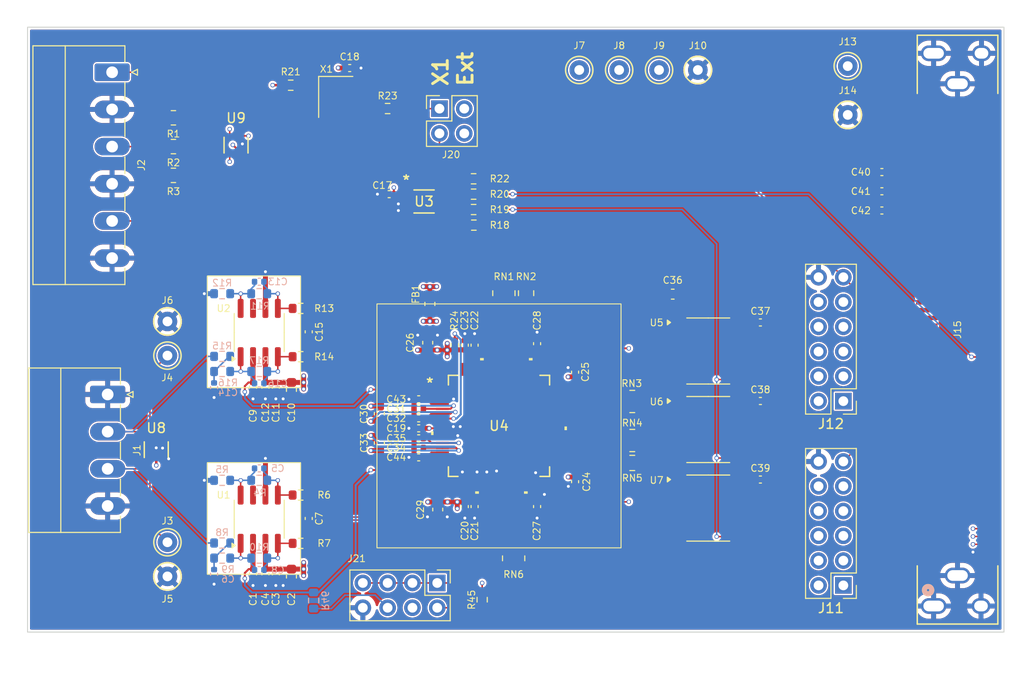
<source format=kicad_pcb>
(kicad_pcb (version 20240108) (generator "pcbnew") (generator_version "8.0")
  (layers (0 "F.Cu" signal) (1 "In1.Cu" power) (2 "In2.Cu" power) (31 "B.Cu" signal) (34 "B.Paste" user) (35 "F.Paste" user) (36 "B.SilkS" user "B.Silkscreen") (37 "F.SilkS" user "F.Silkscreen") (38 "B.Mask" user) (39 "F.Mask" user) (44 "Edge.Cuts" user))
  (net 0 "")
  (net 1 "GND")
  (net 2 "X_VCM")
  (net 3 "+3V3")
  (net 4 "Net-(C5-Pad2)")
  (net 5 "Net-(C5-Pad1)")
  (net 6 "Net-(C6-Pad2)")
  (net 7 "/adc/X_P")
  (net 8 "/adc/X_N")
  (net 9 "Net-(C8-Pad2)")
  (net 10 "Net-(C8-Pad1)")
  (net 11 "Y_VCM")
  (net 12 "Net-(C13-Pad1)")
  (net 13 "Net-(C13-Pad2)")
  (net 14 "Net-(C14-Pad2)")
  (net 15 "/adc/Y_N")
  (net 16 "/adc/Y_P")
  (net 17 "Net-(C16-Pad1)")
  (net 18 "Net-(C16-Pad2)")
  (net 19 "Net-(U4-VRPB)")
  (net 20 "Net-(U4-VRNB)")
  (net 21 "Net-(U4-VRPA)")
  (net 22 "Net-(U4-VRNA)")
  (net 23 "/R")
  (net 24 "/G")
  (net 25 "/B")
  (net 26 "/Y")
  (net 27 "/X")
  (net 28 "Net-(J2-Pin_3)")
  (net 29 "Net-(J2-Pin_1)")
  (net 30 "Net-(J2-Pin_5)")
  (net 31 "/ADC_CLK_HDR")
  (net 32 "/X2")
  (net 33 "/X6")
  (net 34 "/X5")
  (net 35 "/X0")
  (net 36 "/X4")
  (net 37 "/X9")
  (net 38 "/X7")
  (net 39 "/X1")
  (net 40 "/X8")
  (net 41 "/X3")
  (net 42 "/Y0")
  (net 43 "/Y9")
  (net 44 "/Y8")
  (net 45 "/Y4")
  (net 46 "/Y1")
  (net 47 "/Y2")
  (net 48 "/Y3")
  (net 49 "/Y6")
  (net 50 "/Y7")
  (net 51 "/Y5")
  (net 77 "/CLK_TO_ADC")
  (net 112 "/ADC_CLK_FPGA")
  (net 125 "Net-(J20-Pin_3)")
  (net 126 "Net-(J20-Pin_1)")
  (net 128 "Net-(J21-Pin_1)")
  (net 129 "Net-(J21-Pin_2)")
  (net 130 "Net-(J21-Pin_6)")
  (net 131 "/adc/CLK_ADC")
  (net 132 "Net-(U3-Y1)")
  (net 133 "Net-(U3-Y2)")
  (net 134 "/adc/CLK_FF")
  (net 135 "Net-(U3-Y3)")
  (net 136 "Net-(X1-OE)")
  (net 137 "Net-(U3-Y4)")
  (net 138 "Net-(X1-OUT)")
  (net 139 "Net-(U4-VREF)")
  (net 140 "/adc/DB9")
  (net 141 "/adc/DB8")
  (net 142 "/adc/DB7")
  (net 143 "/adc/DB6")
  (net 144 "/adc/DB5")
  (net 145 "/adc/DB4")
  (net 146 "/adc/DB3")
  (net 147 "/adc/DB2")
  (net 148 "/adc/DB1")
  (net 149 "/adc/DB0")
  (net 150 "/adc/DA9")
  (net 151 "/adc/DA8")
  (net 152 "/adc/DA7")
  (net 153 "/adc/DA6")
  (net 154 "/adc/DA5")
  (net 155 "/adc/DA4")
  (net 156 "/adc/DA3")
  (net 157 "/adc/DA2")
  (net 158 "/adc/DA1")
  (net 159 "/adc/DA0")
  (net 170 "Net-(RN1-R1.1)")
  (net 171 "Net-(RN1-R3.1)")
  (net 172 "Net-(RN1-R4.1)")
  (net 173 "Net-(RN1-R2.1)")
  (net 174 "Net-(RN2-R1.1)")
  (net 175 "Net-(RN2-R2.1)")
  (net 176 "Net-(RN3-R3.1)")
  (net 177 "Net-(RN3-R4.1)")
  (net 178 "Net-(RN3-R1.1)")
  (net 179 "Net-(RN3-R2.1)")
  (net 180 "Net-(RN4-R3.1)")
  (net 181 "Net-(RN4-R4.1)")
  (net 182 "Net-(RN4-R1.1)")
  (net 183 "Net-(RN4-R2.1)")
  (net 184 "Net-(RN5-R2.1)")
  (net 185 "Net-(RN5-R1.1)")
  (net 186 "Net-(RN6-R3.1)")
  (net 187 "Net-(RN6-R1.1)")
  (net 188 "Net-(RN6-R2.1)")
  (net 189 "Net-(RN6-R4.1)")
  (net 190 "+3V3ADC")
  (net 191 "+3V3A")
  (footprint "Capacitor_SMD:C_0402_1005Metric" (layer "F.Cu") (at 137.47 74.759666 -90)
    (property "Reference" "C15")
    (property "Value" "160pf")
  )
  (footprint "Capacitor_SMD:C_0402_1005Metric" (layer "F.Cu") (at 148.731666 85.675 180)
    (property "Reference" "C35")
    (property "Value" "0.1uf")
  )
  (footprint "Capacitor_SMD:C_0402_1005Metric" (layer "F.Cu") (at 183.73 89.9)
    (property "Reference" "C39")
    (property "Value" "0.1uf")
  )
  (footprint "Resistor_SMD:R_0603_1608Metric" (layer "F.Cu") (at 154.356666 62.225 180)
    (property "Reference" "R19")
    (property "Value" "22")
  )
  (footprint "Capacitor_SMD:C_0402_1005Metric" (layer "F.Cu") (at 133.035 80.43 -90)
    (property "Reference" "C12")
    (property "Value" "0.01uf")
  )
  (footprint "Package_SO:SOIC-8_3.9x4.9mm_P1.27mm" (layer "F.Cu") (at 132.4 93.964666 90)
    (property "Reference" "U1")
    (property "Value" "LMH6551MA")
  )
  (footprint "TestPoint:TestPoint_Keystone_5000-5004_Miniature" (layer "F.Cu") (at 123 73.697166 90)
    (property "Reference" "J6")
    (property "Value" "Conn_01x01_Pin")
  )
  (footprint "Capacitor_SMD:C_0402_1005Metric" (layer "F.Cu") (at 196.17 62.325)
    (property "Reference" "C42")
    (property "Value" "160pf")
  )
  (footprint "Capacitor_SMD:C_0402_1005Metric" (layer "F.Cu") (at 196.17 58.385)
    (property "Reference" "C40")
    (property "Value" "160pf")
  )
  (footprint "TestPoint:TestPoint_Keystone_5000-5004_Miniature" (layer "F.Cu") (at 173.35 47.925)
    (property "Reference" "J9")
    (property "Value" "Conn_01x01_Pin")
  )
  (footprint "Connector_PinHeader_2.54mm:PinHeader_2x02_P2.54mm_Vertical" (layer "F.Cu") (at 150.86 51.885)
    (property "Reference" "J20")
    (property "Value" "Conn_02x02_Counter_Clockwise")
  )
  (footprint "Capacitor_SMD:C_0402_1005Metric" (layer "F.Cu") (at 148.731666 87.625 180)
    (property "Reference" "C44")
    (property "Value" "0.1uf")
  )
  (footprint "TestPoint:TestPoint_Keystone_5000-5004_Miniature" (layer "F.Cu") (at 192.675 47.525)
    (property "Reference" "J13")
    (property "Value" "Conn_01x01_Pin")
  )
  (footprint "Capacitor_SMD:C_0402_1005Metric" (layer "F.Cu") (at 160.856666 75.975 90)
    (property "Reference" "C28")
    (property "Value" "0.1uf")
  )
  (footprint "ADC10DL065:VEC64A_TEX" (layer "F.Cu") (at 156.956666 84.4)
    (property "Reference" "U4")
    (property "Value" "ADC10DL065")
  )
  (footprint "Capacitor_SMD:C_0402_1005Metric" (layer "F.Cu") (at 160.856666 92.67 -90)
    (property "Reference" "C27")
    (property "Value" "0.1uf")
  )
  (footprint "Resistor_SMD:R_0805_2012Metric" (layer "F.Cu") (at 123.6125 52.825 180)
    (property "Reference" "R1")
    (property "Value" "523")
  )
  (footprint "Connector_PinHeader_2.54mm:PinHeader_2x06_P2.54mm_Vertical" (layer "F.Cu") (at 192.225 100.75 180)
    (property "Reference" "J11")
    (property "Value" "Conn_01x12_Pin")
  )
  (footprint "Capacitor_SMD:C_0402_1005Metric" (layer "F.Cu") (at 183.73 81.85)
    (property "Reference" "C38")
    (property "Value" "0.1uf")
  )
  (footprint "Capacitor_SMD:C_0402_1005Metric" (layer "F.Cu") (at 134.1 99.56 -90)
    (property "Reference" "C3")
    (property "Value" "0.01uf")
  )
  (footprint "TestPoint:TestPoint_Keystone_5000-5004_Miniature" (layer "F.Cu") (at 169.2625 47.925)
    (property "Reference" "J8")
    (property "Value" "Conn_01x01_Pin")
  )
  (footprint "Capacitor_SMD:C_0402_1005Metric" (layer "F.Cu") (at 131.765 80.43 -90)
    (property "Reference" "C9")
    (property "Value" "0.1uf")
  )
  (footprint "Connector_Phoenix_MC:PhoenixContact_MC_1,5_6-G-3.81_1x06_P3.81mm_Horizontal" (layer "F.Cu") (at 117.3325 48.155 -90)
    (property "Reference" "J2")
    (property "Value" "Screw_Terminal_01x02")
  )
  (footprint "Capacitor_SMD:C_0402_1005Metric" (layer "F.Cu") (at 141.665 47.725)
    (property "Reference" "C18")
    (property "Value" "0.1uf")
  )
  (footprint "Capacitor_SMD:C_0402_1005Metric" (layer "F.Cu") (at 148.731666 86.65 180)
    (property "Reference" "C34")
    (property "Value" "0.1uf")
  )
  (footprint "Capacitor_SMD:C_0402_1005Metric" (layer "F.Cu") (at 153.456666 76.1288 90)
    (property "Reference" "C23")
    (property "Value" "0.1uf")
  )
  (footprint "Resistor_SMD:R_Array_Concave_4x0402" (layer "F.Cu") (at 170.606666 85.900001)
    (property "Reference" "RN4")
    (property "Value" "100")
  )
  (footprint "Package_SO:TSSOP-20_4.4x6.5mm_P0.65mm" (layer "F.Cu") (at 178.3875 76.725)
    (property "Reference" "U5")
    (property "Value" "74LS574")
  )
  (footprint "TestPoint:TestPoint_Keystone_5000-5004_Miniature" (layer "F.Cu") (at 123 99.8275 90)
    (property "Reference" "J5")
    (property "Value" "Conn_01x01_Pin")
  )
  (footprint "D1213A:SOT-363_DIO" (layer "F.Cu") (at 121.854509 86.84 -90)
    (property "Reference" "U8")
    (property "Value" "D1213A-04S")
  )
  (footprint "Capacitor_SMD:C_0402_1005Metric" (layer "F.Cu") (at 164.747866 90.121199 -90)
    (property "Reference" "C24")
    (property "Value" "0.1uf")
  )
  (footprint "Capacitor_SMD:C_0402_1005Metric" (layer "F.Cu") (at 153.456666 92.6712 -90)
    (property "Reference" "C20")
    (property "Value" "0.1uf")
  )
  (footprint "Resistor_SMD:R_0603_1608Metric" (layer "F.Cu") (at 145.55 51.875 180)
    (property "Reference" "R23")
    (property "Value" "22")
  )
  (footprint "Capacitor_SMD:C_0402_1005Metric" (layer "F.Cu") (at 148.731666 84.65 180)
    (property "Reference" "C19")
    (property "Value" "0.1uf")
  )
  (footprint "TestPoint:TestPoint_Keystone_5000-5004_Miniature" (layer "F.Cu") (at 177.325 47.925)
    (property "Reference" "J10")
    (property "Value" "Conn_01x01_Pin")
  )
  (footprint "TestPoint:TestPoint_Keystone_5000-5004_Miniature" (layer "F.Cu") (at 192.675 52.525)
    (property "Reference" "J14")
    (property "Value" "Conn_01x01_Pin")
  )
  (footprint "Resistor_SMD:R_Array_Concave_4x0402" (layer "F.Cu") (at 158.456666 97.975 -90)
    (property "Reference" "RN6")
    (property "Value" "100")
  )
  (footprint "Package_SO:SOIC-8_3.9x4.9mm_P1.27mm" (layer "F.Cu") (at 132.4 74.834666 90)
    (property "Reference" "U2")
    (property "Value" "LMH6551MA")
  )
  (footprint "Capacitor_SMD:C_0603_1608Metric" (layer "F.Cu") (at 150.681666 92.975 -90)
    (property "Reference" "C29")
    (property "Value" "10uf")
  )
  (footprint "Capacitor_SMD:C_0402_1005Metric" (layer "F.Cu") (at 148.731666 82.65 180)
    (property "Reference" "C31")
    (property "Value" "0.1uf")
  )
  (footprint "Connector_PinHeader_2.54mm:PinHeader_2x04_P2.54mm_Vertical" (layer "F.Cu") (at 150.631666 100.5 -90)
    (property "Reference" "J21")
    (property "Value" "Conn_02x04_Odd_Even")
  )
  (footprint "Resistor_SMD:R_0603_1608Metric" (layer "F.Cu") (at 136.645 77.309666)
    (property "Reference" "R14")
    (property "Value" "270")
  )
  (footprint "Package_SO:TSSOP-20_4.4x6.5mm_P0.65mm" (layer "F.Cu") (at 178.3875 92.825)
    (property "Reference" "U7")
    (property "Value" "74LS574")
  )
  (footprint "Capacitor_SMD:C_0603_1608Metric" (layer "F.Cu") (at 174.75 70.9)
    (property "Reference" "C36")
    (property "Value" "10uf")
  )
  (footprint "Resistor_SMD:R_0603_1608Metric" (layer "F.Cu") (at 154.381666 63.825 180)
    (property "Reference" "R18")
    (property "Value" "22")
  )
  (footprint "Resistor_SMD:R_0603_1608Metric" (layer "F.Cu") (at 136.645 72.359666)
    (property "Reference" "R13")
    (property "Value" "270")
  )
  (footprint "Resistor_SMD:R_0603_1608Metric" (layer "F.Cu") (at 154.356666 59.075 180)
    (property "Reference" "R22")
    (property "Value" "22")
  )
  (footprint "Capacitor_SMD:C_0402_1005Metric" (layer "F.Cu") (at 131.765 99.56 -90)
    (property "Reference" "C1")
    (property "Value" "0.1uf")
  )
  (footprint "Capacitor_SMD:C_0402_1005Metric" (layer "F.Cu") (at 145.706866 60.649999 180)
    (property "Reference" "C17")
    (property "Value" "0.1uf")
  )
  (footprint "TestPoint:TestPoint_Keystone_5000-5004_Miniature" (layer "F.Cu") (at 123 96.3275 90)
    (property "Reference" "J3")
    (property "Value" "Conn_01x01_Pin")
  )
  (footprint "Capacitor_SMD:C_0603_1608Metric" (layer "F.Cu") (at 135.7 99.855 -90)
    (property "Reference" "C2")
    (property "Value" "10uf")
  )
  (footprint "Resistor_SMD:R_Array_Convex_2x0402" (layer "F.Cu") (at 170.606666 88.2)
    (property "Reference" "RN5")
    (property "Value" "100")
  )
  (footprint "Capacitor_SMD:C_0402_1005Metric" (layer "F.Cu") (at 164.747866 78.895 90)
    (property "Reference" "C25")
    (property "Value" "0.1uf")
  )
  (footprint "Capacitor_SMD:C_0402_1005Metric" (layer "F.Cu") (at 183.73 73.8)
    (property "Reference" "C37")
    (property "Value" "0.1uf")
  )
  (footprint "Package_SO:TSSOP-20_4.4x6.5mm_P0.65mm" (layer "F.Cu") (at 178.3875 84.775)
    (property "Reference" "U6")
    (property "Value" "74LS574")
  )
  (footprint "TestPoint:TestPoint_Keystone_5000-5004_Miniature" (layer "F.Cu") (at 165.175 47.925)
    (property "Reference" "J7")
    (property "Value" "Conn_01x01_Pin")
  )
  (footprint "D1213A:SOT-363_DIO" (layer "F.Cu") (at 130.025 55.625 -90)
    (property "Reference" "U9")
    (property "Value" "D1213A-04S")
  )
  (footprint "Capacitor_SMD:C_0603_1608Metric" (layer "F.Cu") (at 144.706666 83.15 -90)
    (property "Reference" "C30")
    (property "Value" "10uf")
  )
  (footprint "Resistor_SMD:R_0603_1608Metric" (layer "F.Cu") (at 135.625 49.484998 180)
    (property "Reference" "R21")
    (property "Value" "1k")
  )
  (footprint "Capacitor_SMD:C_0603_1608Metric" (layer "F.Cu") (at 149.656666 75.875 90)
    (property "Reference" "C26")
    (property "Value" "10uf")
  )
  (footprint "Capacitor_SMD:C_0402_1005Metric" (layer "F.Cu") (at 196.17 60.355)
    (property "Reference" "C41")
    (property "Value" "160pf")
  )
  (footprint "Resistor_SMD:R_Array_Concave_4x0402" (layer "F.Cu") (at 170.606666 81.899999)
    (property "Reference" "RN3")
    (property "Value" "100")
  )
  (footprint "Capacitor_SMD:C_0402_1005Metric" (layer "F.Cu") (at 133.035 99.56 -90)
    (property "Reference" "C4")
    (property "Value" "0.01uf")
  )
  (footprint "custom:CUSTOM_FX_120S-0.8SH20" (layer "F.Cu") (at 203.922158 74.536978 90)
    (property "Reference" "J15")
    (property "Value" "FX18-120P-0.8SV20")
  )
  (footprint "Resistor_SMD:R_0805_2012Metric" (layer "F.Cu") (at 123.6125 58.725 180)
    (property "Reference" "R3")
    (property "Value" "523")
  )
  (footprint "Capacitor_SMD:C_0603_1608Metric" (layer "F.Cu") (at 135.7 80.725 -90)
    (property "Reference" "C10")
    (property "Value" "10uf")
  )
  (footprint "Resistor_SMD:R_0603_1608Metric" (layer "F.Cu") (at 154.356666 60.65 180)
    (property "Reference" "R20")
    (property "Value" "22")
  )
  (footprint "Resistor_SMD:R_0603_1608Metric" (layer "F.Cu") (at 136.645 96.439666)
    (property "Reference" "R7")
    (property "Value" "270")
  )
  (footprint "Resistor_SMD:R_0603_1608Metric" (layer "F.Cu") (at 136.645 91.489666)
    (property "Reference" "R6")
    (property "Value" "270")
  )
  (footprint "74AVC9112:VSSOP8_SOT765-1_NEX" (layer "F.Cu") (at 149.281666 61.4)
    (property "Reference" "U3")
    (property "Value" "74AVC9112")
  )
  (footprint "Oscillator:Oscillator_SMD_SeikoEpson_SG8002CE-4Pin_3.2x2.5mm" (layer "F.Cu") (at 140.235 50.684999 -90)
    (property "Reference" "X1")
    (property "Value" "SG-8101CE 50Mhz")
  )
  (footprint "Connector_Phoenix_MC:PhoenixContact_MC_1,5_4-G-3.81_1x04_P3.81mm_Horizontal" (layer "F.Cu") (at 116.876667 81.18 -90)
    (property "Reference" "J1")
    (property "Value" "Screw_Terminal_01x04")
  )
  (footprint "Resistor_SMD:R_Array_Convex_2x0402" (layer "F.Cu") (at 159.731666 70.8 90)
    (property "Reference" "RN2")
    (property "Value" "100")
  )
  (footprint "Resistor_SMD:R_0402_1005Metric" (layer "F.Cu") (at 152.431666 76.115001 90)
    (property "Reference" "R24")
    (property "Value" "1K")
  )
  (footprint "Inductor_SMD:L_0603_1608Metric" (layer "F.Cu") (at 149.876863 71.9 90)
    (property "Reference" "FB1")
    (property "Value" "~")
  )
  (footprint "Capacitor_SMD:C_0402_1005Metric" (layer "F.Cu") (at 148.731666 83.625 180)
    (property "Reference" "C32")
    (property "Value" "0.1uf")
  )
  (footprint "Capacitor_SMD:C_0402_1005Metric" (layer "F.Cu") (at 148.731666 81.675 180)
    (property "Reference" "C43")
    (property "Value" "0.1uf")
  )
  (footprint "Resistor_SMD:R_0603_1608Metric" (layer "F.Cu") (at 155.231666 102.215 -90)
    (property "Reference" "R45")
    (property "Value" "10K")
  )
  (footprint "Capacitor_SMD:C_0603_1608Metric" (layer "F.Cu") (at 144.706666 86.15 90)
    (property "Reference" "C33")
    (property "Value" "10uf")
  )
  (footprint "Capacitor_SMD:C_0402_1005Metric" (layer "F.Cu") (at 134.1 80.43 -90)
    (property "Reference" "C11")
    (property "Value" "0.01uf")
  )
  (footprint "Capacitor_SMD:C_0402_1005Metric" (layer "F.Cu") (at 137.47 93.889666 -90)
    (property "Reference" "C7")
    (property "Value" "160pf")
  )
  (footprint "Resistor_SMD:R_Array_Concave_4x0402" (layer "F.Cu") (at 157.456666 70.8 90)
    (property "Reference" "RN1")
    (property "Value" "100")
  )
  (footprint "Capacitor_SMD:C_0402_1005Metric" (layer "F.Cu") (at 154.456667 76.1288 90)
    (property "Reference" "C22")
    (property "Value" "0.1uf")
  )
  (footprint "Connector_PinHeader_2.54mm:PinHeader_2x06_P2.54mm_Vertical" (layer "F.Cu") (at 192.225 81.865 180)
    (property "Reference" "J12")
    (property "Value" "Conn_01x12_Pin")
  )
  (footprint "TestPoint:TestPoint_Keystone_5000-5004_Miniature" (layer "F.Cu") (at 123 77.197166 90)
    (property "Reference" "J4")
    (property "Value" "Conn_01x01_Pin")
  )
  (footprint "Resistor_SMD:R_0805_2012Metric" (layer "F.Cu") (at 123.6125 55.775 180)
    (property "Reference" "R2")
    (property "Value" "523")
  )
  (footprint "Capacitor_SMD:C_0402_1005Metric" (layer "F.Cu") (at 154.456667 92.67 -90)
    (property "Reference" "C21")
    (property "Value" "0.1uf")
  )
  (footprint "Resistor_SMD:R_0603_1608Metric" (layer "B.Cu") (at 128.6 78.825)
    (property "Reference" "R16")
    (property "Value" "900")
  )
  (footprint "Resistor_SMD:R_0603_1608Metric" (layer "B.Cu") (at 128.6 97.955)
    (property "Reference" "R9")
    (property "Value" "1.2K")
  )
  (footprint "Capacitor_SMD:C_0402_1005Metric" (layer "B.Cu") (at 127.775 80.477333 90)
    (property "Reference" "C14")
    (property "Value" "160pf")
  )
  (footprint "Capacitor_SMD:C_0402_1005Metric" (layer "B.Cu") (at 127.775 99.607333 90)
    (property "Reference" "C6")
    (property "Value" "160pf")
  )
  (footprint "Resistor_SMD:R_0603_1608Metric" (layer "B.Cu") (at 132.4 89.98)
    (property "Reference" "R4")
    (property "Value" "270")
  )
  (footprint "Capacitor_SMD:C_0402_1005Metric" (layer "B.Cu") (at 132.4 80.05 180)
    (property "Reference" "C16")
    (property "Value" "330pf")
  )
  (footprint "Resistor_SMD:R_0603_1608Metric" (layer "B.Cu") (at 128.6 70.85)
    (property "Reference" "R12")
    (property "Value" "2.4k")
  )
  (footprint "Resistor_SMD:R_0603_1608Metric" (layer "B.Cu") (at 128.6 89.98)
    (property "Reference" "R5")
    (property "Value" "2.4k")
  )
  (footprint "Resistor_SMD:R_0603_1608Metric" (layer "B.Cu") (at 132.4 97.955)
    (property "Reference" "R10")
    (property "Value" "270")
  )
  (footprint "Capacitor_SMD:C_0402_1005Metric" (layer "B.Cu") (at 132.4 88.755)
    (property "Reference" "C5")
    (property "Value" "330pf")
  )
  (footprint "Resistor_SMD:R_0603_1608Metric" (layer "B.Cu") (at 132.4 70.85)
    (property "Reference" "R11")
    (property "Value" "270")
  )
  (footprint "Capacitor_SMD:C_0402_1005Metric" (layer "B.Cu") (at 132.4 69.625)
    (property "Reference" "C13")
    (property "Value" "330pf")
  )
  (footprint "Resistor_SMD:R_0603_1608Metric" (layer "B.Cu") (at 132.4 78.825)
    (property "Reference" "R17")
    (property "Value" "270")
  )
  (footprint "Resistor_SMD:R_0603_1608Metric" (layer "B.Cu") (at 128.6 77.275)
    (property "Reference" "R15")
    (property "Value" "900")
  )
  (footprint "Resistor_SMD:R_0603_1608Metric" (layer "B.Cu") (at 128.6 96.405)
    (property "Reference" "R8")
    (property "Value" "1.2K")
  )
  (footprint "Capacitor_SMD:C_0402_1005Metric" (layer "B.Cu") (at 132.4 99.18 180)
    (property "Reference" "C8")
    (property "Value" "330pf")
  )
  (footprint "Resistor_SMD:R_0603_1608Metric" (layer "B.Cu") (at 137.975 102.3 -90)
    (property "Reference" "R46")
    (property "Value" "10K")
  )
  (gr_rect (start 127.085 88.164666) (end 136.635 99.614666) (stroke (width 0.1)) (fill none) (layer "F.SilkS"))
  (gr_rect (start 127.085 69.034666) (end 136.635 80.484666) (stroke (width 0.1)) (fill none) (layer "F.SilkS"))
  (gr_rect (start 144.456666 71.9) (end 169.456666 96.9) (stroke (width 0.1)) (fill none) (layer "F.SilkS"))
  (gr_poly (pts (xy 208.672158 105.536977) (xy 108.672158 105.536977) (xy 108.672159 43.536977) (xy 208.672158 43.536978)) (stroke (width 0.1)) (fill none) (layer "Edge.Cuts"))
  (gr_text "Ext" (at 154.396 49.725 90) (layer "F.SilkS") (effects (font (size 1.5 1.5) (thickness 0.3) (bold yes)) (justify left bottom)))
  (gr_text "X1" (at 151.856 49.725 90) (layer "F.SilkS") (effects (font (size 1.5 1.5) (thickness 0.3) (bold yes)) (justify left bottom)))
  (segment (start 155.706666 90.1912) (end 155.706666 89.125) (width 0.2032) (layer "F.Cu") (net 1))
  (segment (start 150.656666 75.1) (end 148.631666 75.1) (width 0.508) (layer "F.Cu") (net 1))
  (segment (start 148.251666 81.675) (end 148.251666 83.625) (width 0.508) (layer "F.Cu") (net 1))
  (segment (start 164.747865 90.601199) (end 164.057865 90.601199) (width 0.508) (layer "F.Cu") (net 1))
  (segment (start 153.206666 90.1912) (end 153.206666 89.125) (width 0.2032) (layer "F.Cu") (net 1))
  (segment (start 146.65 62.329803) (end 146.970197 62.329803) (width 0.2032) (layer "F.Cu") (net 1))
  (segment (start 160.706666 89.2) (end 160.706666 90.1912) (width 0.2032) (layer "F.Cu") (net 1))
  (segment (start 152.731666 85.4) (end 152.481666 85.65) (width 0.2032) (layer "F.Cu") (net 1))
  (segment (start 156.206665 89.525001) (end 156.706666 89.025) (width 0.2032) (layer "F.Cu") (net 1))
  (segment (start 133.035 80.91) (end 133.035 81.63) (width 0.508) (layer "F.Cu") (net 1))
  (segment (start 153.456666 75.6488) (end 153.456666 74.95) (width 0.508) (layer "F.Cu") (net 1))
  (segment (start 160.856666 93.15) (end 160.856666 93.85) (width 0.508) (layer "F.Cu") (net 1))
  (segment (start 122.504509 85.89) (end 122.504509 86.670491) (width 0.254) (layer "F.Cu") (net 1))
  (segment (start 134.1 100.04) (end 134.1 100.76) (width 0.508) (layer "F.Cu") (net 1))
  (segment (start 148.251666 81.675) (end 147.731666 81.675) (width 0.508) (layer "F.Cu") (net 1))
  (segment (start 130.025 54.675001) (end 130.025 55.0938) (width 0.254) (layer "F.Cu") (net 1))
  (segment (start 154.456667 93.849999) (end 154.456666 93.85) (width 0.254) (layer "F.Cu") (net 1))
  (segment (start 133.035 91.489666) (end 133.035 87.745) (width 0.508) (layer "F.Cu") (net 1))
  (segment (start 148.251666 87.625) (end 148.251666 85.675) (width 0.508) (layer "F.Cu") (net 1))
  (segment (start 154.706665 89.125001) (end 154.706666 89.125) (width 0.2032) (layer "F.Cu") (net 1))
  (segment (start 123.125 87.775) (end 122.519509 87.775) (width 0.254) (layer "F.Cu") (net 1))
  (segment (start 156.206665 90.1912) (end 156.206665 89.525001) (width 0.2032) (layer "F.Cu") (net 1))
  (segment (start 152.481666 85.65) (end 151.165466 85.65) (width 0.2032) (layer "F.Cu") (net 1))
  (segment (start 122.519509 87.775) (end 122.504509 87.79) (width 0.254) (layer "F.Cu") (net 1))
  (segment (start 152.206666 81.65) (end 151.165466 81.65) (width 0.2032) (layer "F.Cu") (net 1))
  (segment (start 153.456666 93.1512) (end 153.456666 93.85) (width 0.508) (layer "F.Cu") (net 1))
  (segment (start 161.606666 91.425) (end 160.581666 91.425) (width 0.2032) (layer "F.Cu") (net 1))
  (segment (start 121.854509 85.890001) (end 121.854509 86.645491) (width 0.254) (layer "F.Cu") (net 1))
  (segment (start 160.856666 75.495) (end 160.856666 74.8462) (width 0.508) (layer "F.Cu") (net 1))
  (segment (start 131.765 81.63) (end 135.57 81.63) (width 0.508) (layer "F.Cu") (net 1))
  (segment (start 164.041667 78.414999) (end 164.031666 78.425) (width 0.508) (layer "F.Cu") (net 1))
  (segment (start 152.281666 84.475) (end 151.956666 84.15) (width 0.2032) (layer "F.Cu") (net 1))
  (segment (start 131.765 80.91) (end 131.765 81.63) (width 0.508) (layer "F.Cu") (net 1))
  (segment (start 131.765 100.76) (end 135.57 100.76) (width 0.508) (layer "F.Cu") (net 1))
  (segment (start 205.536976 97.336976) (end 205.5 97.3) (width 0.2032) (layer "F.Cu") (net 1))
  (segment (start 152.986469 84.475) (end 152.311468 85.150001) (width 0.2032) (layer "F.Cu") (net 1))
  (segment (start 121.854509 86.645491) (end 121.85 86.65) (width 0.254) (layer "F.Cu") (net 1))
  (segment (start 160.581666 91.425) (end 160.206667 91.050001) (width 0.2032) (layer "F.Cu") (net 1))
  (segment (start 149.656666 93.75) (end 150.681666 93.75) (width 0.508) (layer "F.Cu") (net 1))
  (segment (start 135.57 81.63) (end 135.7 81.5) (width 0.508) (layer "F.Cu") (net 1))
  (segment (start 146.970197 62.329803) (end 147.149999 62.150001) (width 0.2032) (layer "F.Cu") (net 1))
  (segment (start 130.025 55.0938) (end 130.4312 55.5) (width 0.254) (layer "F.Cu") (net 1))
  (segment (start 131.765 100.04) (end 131.765 100.76) (width 0.508) (layer "F.Cu") (net 1))
  (segment (start 147.731666 87.625) (end 148.251666 87.625) (width 0.508) (layer "F.Cu") (net 1))
  (segment (start 154.706665 90.1912) (end 154.706665 89.125001) (width 0.2032) (layer "F.Cu") (net 1))
  (segment (start 134.1 80.91) (end 134.1 81.63) (width 0.508) (layer "F.Cu") (net 1))
  (segment (start 144.506667 60.649999) (end 144.506666 60.65) (width 0.2032) (layer "F.Cu") (net 1))
  (segment (start 160.206667 91.050001) (end 160.206667 90.1912) (width 0.2032) (layer "F.Cu") (net 1))
  (segment (start 130.4312 55.5) (end 130.675 55.5) (width 0.254) (layer "F.Cu") (net 1))
  (segment (start 135.57 100.76) (end 135.7 100.63) (width 0.508) (layer "F.Cu") (net 1))
  (segment (start 154.456667 74.950001) (end 154.456666 74.95) (width 0.254) (layer "F.Cu") (net 1))
  (segment (start 150.675416 93.762501) (end 150.687917 93.75) (width 0.508) (layer "F.Cu") (net 1))
  (segment (start 133.035 72.359666) (end 133.035 68.615) (width 0.508) (layer "F.Cu") (net 1))
  (segment (start 122.504509 86.670491) (end 122.5 86.675) (width 0.254) (layer "F.Cu") (net 1))
  (segment (start 154.456667 75.6488) (end 154.456667 74.950001) (width 0.508) (layer "F.Cu") (net 1))
  (segment (start 142.145 47.725) (end 142.825 47.725) (width 0.508) (layer "F.Cu") (net 1))
  (segment (start 147.149999 62.150001) (end 147.706866 62.150001) (width 0.2032) (layer "F.Cu") (net 1))
  (segment (start 147.706866 61.65) (end 146.65 61.65) (width 0.254) (layer "F.Cu") (net 1))
  (segment (start 151.956666 84.15) (end 151.165466 84.15) (width 0.2032) (layer "F.Cu") (net 1))
  (segment (start 164.057865 90.601199) (end 164.056666 90.6) (width 0.508) (layer "F.Cu") (net 1))
  (segment (start 149.631666 93.725) (end 151.656666 93.725) (width 0.508) (layer "F.Cu") (net 1))
  (segment (start 152.311468 85.150001) (end 151.165466 85.150001) (width 0.2032) (layer "F.Cu") (net 1))
  (segment (start 164.756665 78.414999) (end 164.041667 78.414999) (width 0.508) (layer "F.Cu") (net 1))
  (segment (start 154.456667 93.15) (end 154.456667 93.849999) (width 0.508) (layer "F.Cu") (net 1))
  (segment (start 207.072157 97.336976) (end 205.5 97.336976) (width 0.156464) (layer "F.Cu") (net 1))
  (segment (start 145.226866 60.649999) (end 144.506667 60.649999) (width 0.2032) (layer "F.Cu") (net 1))
  (segment (start 133.035 100.04) (end 133.035 100.76) (width 0.508) (layer "F.Cu") (net 1))
  (segment (start 148.251666 84.65) (end 147.731666 84.65) (width 0.508) (layer "F.Cu") (net 1))
  (segment (start 149.656666 75.1) (end 148.631666 75.1) (width 0.508) (layer "F.Cu") (net 1))
  (via (at 131.765 100.76) (size 0.45) (drill 0.3) (layers "F.Cu" "B.Cu") (net 1))
  (via (at 146.65 62.329803) (size 0.45) (drill 0.3) (layers "F.Cu" "B.Cu") (net 1))
  (via (at 142.825 47.725) (size 0.45) (drill 0.3) (layers "F.Cu" "B.Cu") (net 1))
  (via (at 121.85 86.65) (size 0.45) (drill 0.3) (layers "F.Cu" "B.Cu") (net 1))
  (via (at 205.5 97.336976) (size 0.45) (drill 0.3) (layers "F.Cu" "B.Cu") (net 1))
  (via (at 147.731666 87.625) (size 0.45) (drill 0.3) (layers "F.Cu" "B.Cu") (net 1))
  (via (at 144.506666 60.65) (size 0.45) (drill 0.3) (layers "F.Cu" "B.Cu") (net 1))
  (via (at 126.775 89.98) (size 0.45) (drill 0.3) (layers "F.Cu" "B.Cu") (net 1))
  (via (at 133.035 100.76) (size 0.45) (drill 0.3) (layers "F.Cu" "B.Cu") (net 1))
  (via (at 127.775 81.492667) (size 0.45) (drill 0.3) (layers "F.Cu" "B.Cu") (net 1))
  (via (at 134.85 100.76) (size 0.45) (drill 0.3) (layers "F.Cu" "B.Cu") (net 1))
  (via (at 151.656666 93.725) (size 0.45) (drill 0.3) (layers "F.Cu" "B.Cu") (net 1))
  (via (at 160.856666 74.7962) (size 0.45) (drill 0.3) (layers "F.Cu" "B.Cu") (net 1))
  (via (at 153.456666 74.95) (size 0.45) (drill 0.3) (layers "F.Cu" "B.Cu") (net 1))
  (via (at 147.731666 84.65) (size 0.45) (drill 0.3) (layers "F.Cu" "B.Cu") (net 1))
  (via (at 149.631666 93.725) (size 0.45) (drill 0.3) (layers "F.Cu" "B.Cu") (net 1))
  (via (at 150.656666 75.1) (size 0.45) (drill 0.3) (layers "F.Cu" "B.Cu") (net 1))
  (via (at 126.775 70.85) (size 0.45) (drill 0.3) (layers "F.Cu" "B.Cu") (net 1))
  (via (at 164.031666 78.425) (size 0.45) (drill 0.3) (layers "F.Cu" "B.Cu") (net 1))
  (via (at 127.775 100.622667) (size 0.45) (drill 0.3) (layers "F.Cu" "B.Cu") (net 1))
  (via (at 133.035 68.6) (size 0.45) (drill 0.3) (layers "F.Cu" "B.Cu") (net 1))
  (via (at 147.731666 81.675) (size 0.45) (drill 0.3) (layers "F.Cu" "B.Cu") (net 1))
  (via (at 133.035 87.73) (size 0.45) (drill 0.3) (layers "F.Cu" "B.Cu") (net 1))
  (via (at 160.856666 93.85) (size 0.45) (drill 0.3) (layers "F.Cu" "B.Cu") (net 1))
  (via (at 154.456666 93.85) (size 0.45) (drill 0.3) (layers "F.Cu" "B.Cu") (net 1))
  (via (at 161.606666 91.425) (size 0.45) (drill 0.3) (layers "F.Cu" "B.Cu") (net 1))
  (via (at 123.125 87.775) (size 0.45) (drill 0.3) (layers "F.Cu" "B.Cu") (net 1))
  (via (at 152.281666 84.475) (size 0.45) (drill 0.3) (layers "F.Cu" "B.Cu") (net 1))
  (via (at 154.456666 74.95) (size 0.45) (drill 0.3) (layers "F.Cu" "B.Cu") (net 1))
  (via (at 153.206666 89.125) (size 0.45) (drill 0.3) (layers "F.Cu" "B.Cu") (net 1))
  (via (at 160.706666 89.2) (size 0.45) (drill 0.3) (layers "F.Cu" "B.Cu") (net 1))
  (via (at 122.5 86.675) (size 0.45) (drill 0.3) (layers "F.Cu" "B.Cu") (net 1))
  (via (at 134.1 100.76) (size 0.45) (drill 0.3) (layers "F.Cu" "B.Cu") (net 1))
  (via (at 156.706666 89.025) (size 0.45) (drill 0.3) (layers "F.Cu" "B.Cu") (net 1))
  (via (at 152.731666 85.4) (size 0.45) (drill 0.3) (layers "F.Cu" "B.Cu") (net 1))
  (via (at 164.056666 90.6) (size 0.45) (drill 0.3) (layers "F.Cu" "B.Cu") (net 1))
  (via (at 153.456666 93.85) (size 0.45) (drill 0.3) (layers "F.Cu" "B.Cu") (net 1))
  (via (at 152.306666 81.65) (size 0.45) (drill 0.3) (layers "F.Cu" "B.Cu") (net 1))
  (via (at 131.765 81.63) (size 0.45) (drill 0.3) (layers "F.Cu" "B.Cu") (net 1))
  (via (at 134.1 81.63) (size 0.45) (drill 0.3) (layers "F.Cu" "B.Cu") (net 1))
  (via (at 155.706666 89.125) (size 0.45) (drill 0.3) (layers "F.Cu" "B.Cu") (net 1))
  (via (at 154.706666 89.125) (size 0.45) (drill 0.3) (layers "F.Cu" "B.Cu") (net 1))
  (via (at 148.631666 75.1) (size 0.45) (drill 0.3) (layers "F.Cu" "B.Cu") (net 1))
  (via (at 130.675 55.5) (size 0.45) (drill 0.3) (layers "F.Cu" "B.Cu") (net 1))
  (via (at 133.035 81.63) (size 0.45) (drill 0.3) (layers "F.Cu" "B.Cu") (net 1))
  (via (at 134.85 81.63) (size 0.45) (drill 0.3) (layers "F.Cu" "B.Cu") (net 1))
  (via (at 152.986469 84.475) (size 0.45) (drill 0.3) (layers "F.Cu" "B.Cu") (net 1))
  (via (at 146.65 61.65) (size 0.45) (drill 0.3) (layers "F.Cu" "B.Cu") (net 1))
  (segment (start 127.775 89.98) (end 126.775 89.98) (width 0.508) (layer "B.Cu") (net 1))
  (segment (start 127.775 80.957333) (end 127.775 81.492667) (width 0.508) (layer "B.Cu") (net 1))
  (segment (start 127.775 70.85) (end 126.775 70.85) (width 0.508) (layer "B.Cu") (net 1))
  (segment (start 127.775 100.087333) (end 127.775 100.622667) (width 0.508) (layer "B.Cu") (net 1))
  (segment (start 150.031666 87.15) (end 151.165466 87.15) (width 0.2032) (layer "F.Cu") (net 2))
  (segment (start 149.211666 87.625) (end 149.211666 87.988334) (width 0.2032) (layer "F.Cu") (net 2))
  (segment (start 149.556666 87.625) (end 150.031666 87.15) (width 0.2032) (layer "F.Cu") (net 2))
  (segment (start 148.275 88.925) (end 143.8 88.925) (width 0.2032) (layer "F.Cu") (net 2))
  (segment (start 130.925 99.475) (end 130.925 100.04) (width 0.2032) (layer "F.Cu") (net 2))
  (segment (start 149.211666 87.625) (end 149.211666 87.72) (width 0.2032) (layer "F.Cu") (net 2))
  (segment (start 131.765 99.08) (end 131.32 99.08) (width 0.2032) (layer "F.Cu") (net 2))
  (segment (start 131.765 99.08) (end 131.765 96.439666) (width 0.508) (layer "F.Cu") (net 2))
  (segment (start 131.32 99.08) (end 130.925 99.475) (width 0.2032) (layer "F.Cu") (net 2))
  (segment (start 149.211666 87.988334) (end 148.275 88.925) (width 0.2032) (layer "F.Cu") (net 2))
  (segment (start 149.211666 87.625) (end 149.556666 87.625) (width 0.2032) (layer "F.Cu") (net 2))
  (via (at 143.825 88.925) (size 0.45) (drill 0.3) (layers "F.Cu" "B.Cu") (net 2))
  (via (at 130.925 100.04) (size 0.45) (drill 0.3) (layers "F.Cu" "B.Cu") (net 2))
  (segment (start 142.275 90.475) (end 143.825 88.925) (width 0.2032) (layer "B.Cu") (net 2))
  (segment (start 131.65 101.475) (end 138.475 101.475) (width 0.2032) (layer "B.Cu") (net 2))
  (segment (start 138.475 101.475) (end 142.275 97.675) (width 0.2032) (layer "B.Cu") (net 2))
  (segment (start 142.275 97.675) (end 142.275 90.475) (width 0.2032) (layer "B.Cu") (net 2))
  (segment (start 130.925 100.04) (end 130.925 100.75) (width 0.2032) (layer "B.Cu") (net 2))
  (segment (start 130.925 100.75) (end 131.65 101.475) (width 0.2032) (layer "B.Cu") (net 2))
  (segment (start 146.186866 60.649999) (end 146.186866 59.988134) (width 0.2032) (layer "F.Cu") (net 3))
  (segment (start 149.89706 70.125) (end 150.576863 70.125) (width 0.508) (layer "F.Cu") (net 3))
  (segment (start 149.19706 70.125) (end 149.89706 70.125) (width 0.508) (layer "F.Cu") (net 3))
  (segment (start 170.25 92.175) (end 170.235 92.19) (width 0.156464) (layer "F.Cu") (net 3))
  (segment (start 146.186866 59.988134) (end 146.2 59.975) (width 0.2032) (layer "F.Cu") (net 3))
  (segment (start 134.8 49.475) (end 133.775 49.475) (width 0.254) (layer "F.Cu") (net 3))
  (segment (start 159.706666 78.6088) (end 159.706666 77.05) (width 0.2032) (layer "F.Cu") (net 3))
  (segment (start 140.5 47.725) (end 140.475 47.7) (width 0.254) (layer "F.Cu") (net 3))
  (segment (start 130.025 56.574999) (end 130.025 55.925) (width 0.2032) (layer "F.Cu") (net 3))
  (segment (start 170.235 92.19) (end 160.856666 92.19) (width 0.156464) (layer "F.Cu") (net 3))
  (segment (start 160.222866 92.1912) (end 159.706666 91.675) (width 0.2032) (layer "F.Cu") (net 3))
  (segment (start 159.706666 91.675) (end 159.706666 90.1912) (width 0.2032) (layer "F.Cu") (net 3))
  (segment (start 149.876863 70.145197) (end 149.89706 70.125) (width 0.508) (layer "F.Cu") (net 3))
  (segment (start 170.245 76.455) (end 170.25 76.45) (width 0.2032) (layer "F.Cu") (net 3))
  (segment (start 141.185 47.725) (end 141.185 49.484998) (width 0.508) (layer "F.Cu") (net 3))
  (segment (start 160.856666 76.455) (end 170.245 76.455) (width 0.2032) (layer "F.Cu") (net 3))
  (segment (start 159.706666 77.05) (end 160.301666 76.455) (width 0.2032) (layer "F.Cu") (net 3))
  (segment (start 160.301666 76.455) (end 160.856666 76.455) (width 0.2032) (layer "F.Cu") (net 3))
  (segment (start 130.025 55.925) (end 129.7 55.6) (width 0.2032) (layer "F.Cu") (net 3))
  (segment (start 141.185 47.725) (end 140.5 47.725) (width 0.508) (layer "F.Cu") (net 3))
  (segment (start 160.856666 92.1912) (end 160.222866 92.1912) (width 0.2032) (layer "F.Cu") (net 3))
  (segment (start 147.706866 60.649999) (end 146.186866 60.649999) (width 0.2032) (layer "F.Cu") (net 3))
  (segment (start 149.876863 71.112499) (end 149.876863 70.145197) (width 0.508) (layer "F.Cu") (net 3))
  (via (at 149.19706 70.125) (size 0.45) (drill 0.3) (layers "F.Cu" "B.Cu") (net 3))
  (via (at 146.186866 59.975) (size 0.45) (drill 0.3) (layers "F.Cu" "B.Cu") (net 3))
  (via (at 140.475 47.7) (size 0.45) (drill 0.3) (layers "F.Cu" "B.Cu") (net 3))
  (via (at 170.25 92.175) (size 0.45) (drill 0.3) (layers "F.Cu" "B.Cu") (net 3))
  (via (at 149.876863 70.125) (size 0.45) (drill 0.3) (layers "F.Cu" "B.Cu") (net 3))
  (via (at 133.775 49.475) (size 0.45) (drill 0.3) (layers "F.Cu" "B.Cu") (net 3))
  (via (at 129.7 55.6) (size 0.45) (drill 0.3) (layers "F.Cu" "B.Cu") (net 3))
  (via (at 150.576863 70.125) (size 0.45) (drill 0.3) (layers "F.Cu" "B.Cu") (net 3))
  (via (at 170.25 76.455) (size 0.45) (drill 0.3) (layers "F.Cu" "B.Cu") (net 3))
  (segment (start 134.305 89.985) (end 134.3 89.98) (width 0.156464) (layer "F.Cu") (net 4))
  (segment (start 134.305 91.489666) (end 134.305 89.985) (width 0.156464) (layer "F.Cu") (net 4))
  (segment (start 135.82 91.489666) (end 134.305 91.489666) (width 0.156464) (layer "F.Cu") (net 4))
  (via (at 134.3 89.98) (size 0.45) (drill 0.3) (layers "F.Cu" "B.Cu") (net 4))
  (segment (start 133.225 89.98) (end 134.3 89.98) (width 0.156464) (layer "B.Cu") (net 4))
  (segment (start 132.88 89.135) (end 132.88 88.755) (width 0.156464) (layer "B.Cu") (net 4))
  (segment (start 133.225 89.48) (end 132.88 89.135) (width 0.156464) (layer "B.Cu") (net 4))
  (segment (start 133.225 89.98) (end 133.225 89.48) (width 0.156464) (layer "B.Cu") (net 4))
  (segment (start 130.495 90.01) (end 130.5 90.005) (width 0.156464) (layer "F.Cu") (net 5))
  (segment (start 130.495 91.489666) (end 130.495 90.01) (width 0.156464) (layer "F.Cu") (net 5))
  (via (at 130.5 89.98) (size 0.45) (drill 0.3) (layers "F.Cu" "B.Cu") (net 5))
  (segment (start 131.575 89.98) (end 131.575 89.48) (width 0.156464) (layer "B.Cu") (net 5))
  (segment (start 131.92 89.135) (end 131.92 88.755) (width 0.156464) (layer "B.Cu") (net 5))
  (segment (start 130.475 90.005) (end 130.5 89.98) (width 0.156464) (layer "B.Cu") (net 5))
  (segment (start 130.5 89.98) (end 129.425 89.98) (width 0.156464) (layer "B.Cu") (net 5))
  (segment (start 131.575 89.48) (end 131.92 89.135) (width 0.156464) (layer "B.Cu") (net 5))
  (segment (start 131.575 89.98) (end 130.5 89.98) (width 0.156464) (layer "B.Cu") (net 5))
  (segment (start 127.775 97.955) (end 127.775 99.127333) (width 0.156464) (layer "B.Cu") (net 6))
  (segment (start 129.425 96.405) (end 129.4 96.43) (width 0.156464) (layer "B.Cu") (net 6))
  (segment (start 129.4 96.43) (end 129.3 96.43) (width 0.156464) (layer "B.Cu") (net 6))
  (segment (start 129.3 96.43) (end 127.775 97.955) (width 0.156464) (layer "B.Cu") (net 6))
  (segment (start 137.47 94.369666) (end 137.905334 94.369666) (width 0.1524) (layer "F.Cu") (net 7))
  (segment (start 144.256703 94.051625) (end 138.223375 94.051625) (width 0.1524) (layer "F.Cu") (net 7))
  (segment (start 151.165466 88.15) (end 150.158328 88.15) (width 0.1524) (layer "F.Cu") (net 7))
  (segment (start 137.905334 94.369666) (end 138.176625 94.098375) (width 0.1524) (layer "F.Cu") (net 7))
  (segment (start 138.223375 94.051625) (end 138.05 94.225) (width 0.1524) (layer "F.Cu") (net 7))
  (segment (start 137.47 94.369666) (end 137.47 96.439666) (width 0.1524) (layer "F.Cu") (net 7))
  (segment (start 150.158328 88.15) (end 144.256703 94.051625) (width 0.1524) (layer "F.Cu") (net 7))
  (segment (start 137.887841 93.409666) (end 138.225 93.746825) (width 0.1524) (layer "F.Cu") (net 8))
  (segment (start 137.47 93.409666) (end 137.887841 93.409666) (width 0.1524) (layer "F.Cu") (net 8))
  (segment (start 150.400001 87.650001) (end 150.4 87.65) (width 0.1524) (layer "F.Cu") (net 8))
  (segment (start 150.227272 87.65) (end 144.130447 93.746825) (width 0.1524) (layer "F.Cu") (net 8))
  (segment (start 144.130447 93.746825) (end 138.225 93.746825) (width 0.1524) (layer "F.Cu") (net 8))
  (segment (start 150.4 87.65) (end 150.227272 87.65) (width 0.1524) (layer "F.Cu") (net 8))
  (segment (start 151.165466 87.650001) (end 150.400001 87.650001) (width 0.1524) (layer "F.Cu") (net 8))
  (segment (start 138.225 93.746824) (end 138.139088 93.660912) (width 0.1524) (layer "F.Cu") (net 8))
  (segment (start 138.225 93.746825) (end 138.225 93.746824) (width 0.1524) (layer "F.Cu") (net 8))
  (segment (start 137.47 93.409666) (end 137.47 91.489666) (width 0.1524) (layer "F.Cu") (net 8))
  (segment (start 130.495 97.919332) (end 130.495 96.439666) (width 0.156464) (layer "F.Cu") (net 9))
  (segment (start 130.495 97.95) (end 130.5 97.955) (width 0.156464) (layer "F.Cu") (net 9))
  (segment (start 130.495 97.919332) (end 130.495 97.95) (width 0.156464) (layer "F.Cu") (net 9))
  (via (at 130.5 97.955) (size 0.45) (drill 0.3) (layers "F.Cu" "B.Cu") (net 9))
  (segment (start 131.92 99.18) (end 131.92 98.875) (width 0.156464) (layer "B.Cu") (net 9))
  (segment (start 131.575 98.53) (end 131.575 97.955) (width 0.156464) (layer "B.Cu") (net 9))
  (segment (start 131.92 98.875) (end 131.575 98.53) (width 0.156464) (layer "B.Cu") (net 9))
  (segment (start 131.575 97.955) (end 130.5 97.955) (width 0.156464) (layer "B.Cu") (net 9))
  (segment (start 130.5 97.955) (end 129.425 97.955) (width 0.156464) (layer "B.Cu") (net 9))
  (segment (start 134.305 97.944332) (end 134.305 97.95) (width 0.156464) (layer "F.Cu") (net 10))
  (segment (start 135.82 96.439666) (end 134.305 96.439666) (width 0.156464) (layer "F.Cu") (net 10))
  (segment (start 134.305 97.944332) (end 134.305 96.439666) (width 0.156464) (layer "F.Cu") (net 10))
  (segment (start 134.305 97.95) (end 134.3 97.955) (width 0.156464) (layer "F.Cu") (net 10))
  (via (at 134.305 97.955) (size 0.45) (drill 0.3) (layers "F.Cu" "B.Cu") (net 10))
  (segment (start 132.88 98.875) (end 133.225 98.53) (width 0.156464) (layer "B.Cu") (net 10))
  (segment (start 133.225 98.53) (end 133.225 97.955) (width 0.156464) (layer "B.Cu") (net 10))
  (segment (start 132.88 99.18) (end 132.88 98.875) (width 0.156464) (layer "B.Cu") (net 10))
  (segment (start 133.225 97.955) (end 134.305 97.955) (width 0.156464) (layer "B.Cu") (net 10))
  (segment (start 149.211666 81.675) (end 149.211666 81.286666) (width 0.2032) (layer "F.Cu") (net 11))
  (segment (start 131.3 79.95) (end 130.925 80.325) (width 0.2032) (layer "F.Cu") (net 11))
  (segment (start 131.765 79.95) (end 131.765 77.309666) (width 0.508) (layer "F.Cu") (net 11))
  (segment (start 149.211666 81.286666) (end 148.6 80.675) (width 0.2032) (layer "F.Cu") (net 11))
  (segment (start 148.6 80.675) (end 143.825 80.675) (width 0.2032) (layer "F.Cu") (net 11))
  (segment (start 131.625 79.95) (end 131.3 79.95) (width 0.2032) (layer "F.Cu") (net 11))
  (segment (start 149.556666 81.675) (end 150.031665 82.149999) (width 0.2032) (layer "F.Cu") (net 11))
  (segment (start 149.211666 81.675) (end 149.556666 81.675) (width 0.2032) (layer "F.Cu") (net 11))
  (segment (start 150.031665 82.149999) (end 151.165466 82.149999) (width 0.2032) (layer "F.Cu") (net 11))
  (segment (start 130.925 80.325) (end 130.925 80.875) (width 0.2032) (layer "F.Cu") (net 11))
  (via (at 130.925 80.91) (size 0.45) (drill 0.3) (layers "F.Cu" "B.Cu") (net 11))
  (via (at 143.825 80.675) (size 0.45) (drill 0.3) (layers "F.Cu" "B.Cu") (net 11))
  (segment (start 131.723131 82.375) (end 130.925 81.576869) (width 0.2032) (layer "B.Cu") (net 11))
  (segment (start 143.825 80.675) (end 142.125 82.375) (width 0.2032) (layer "B.Cu") (net 11))
  (segment (start 142.125 82.375) (end 131.723131 82.375) (width 0.2032) (layer "B.Cu") (net 11))
  (segment (start 130.925 81.576869) (end 130.925 80.875) (width 0.2032) (layer "B.Cu") (net 11))
  (segment (start 130.495 70.88) (end 130.5 70.875) (width 0.156464) (layer "F.Cu") (net 12))
  (segment (start 130.495 72.359666) (end 130.495 70.88) (width 0.156464) (layer "F.Cu") (net 12))
  (via (at 130.5 70.85) (size 0.45) (drill 0.3) (layers "F.Cu" "B.Cu") (net 12))
  (segment (start 131.575 70.85) (end 130.5 70.85) (width 0.156464) (layer "B.Cu") (net 12))
  (segment (start 131.92 70.005) (end 131.92 69.625) (width 0.156464) (layer "B.Cu") (net 12))
  (segment (start 131.575 70.85) (end 131.575 70.35) (width 0.156464) (layer "B.Cu") (net 12))
  (segment (start 130.475 70.875) (end 130.5 70.85) (width 0.156464) (layer "B.Cu") (net 12))
  (segment (start 131.575 70.35) (end 131.92 70.005) (width 0.156464) (layer "B.Cu") (net 12))
  (segment (start 130.5 70.85) (end 129.425 70.85) (width 0.156464) (layer "B.Cu") (net 12))
  (segment (start 134.305 72.359666) (end 134.305 70.855) (width 0.156464) (layer "F.Cu") (net 13))
  (segment (start 134.305 70.855) (end 134.3 70.85) (width 0.156464) (layer "F.Cu") (net 13))
  (segment (start 135.82 72.359666) (end 134.305 72.359666) (width 0.156464) (layer "F.Cu") (net 13))
  (via (at 134.3 70.85) (size 0.45) (drill 0.3) (layers "F.Cu" "B.Cu") (net 13))
  (segment (start 133.225 70.85) (end 133.225 70.35) (width 0.156464) (layer "B.Cu") (net 13))
  (segment (start 132.88 70.005) (end 132.88 69.625) (width 0.156464) (layer "B.Cu") (net 13))
  (segment (start 133.225 70.85) (end 134.3 70.85) (width 0.156464) (layer "B.Cu") (net 13))
  (segment (start 133.225 70.35) (end 132.88 70.005) (width 0.156464) (layer "B.Cu") (net 13))
  (segment (start 129.425 77.275) (end 129.4 77.3) (width 0.156464) (layer "B.Cu") (net 14))
  (segment (start 129.3 77.3) (end 127.775 78.825) (width 0.156464) (layer "B.Cu") (net 14))
  (segment (start 129.4 77.3) (end 129.3 77.3) (width 0.156464) (layer "B.Cu") (net 14))
  (segment (start 127.775 78.825) (end 127.775 79.997333) (width 0.156464) (layer "B.Cu") (net 14))
  (segment (start 144.181294 74.615766) (end 150.215528 80.65) (width 0.1524) (layer "F.Cu") (net 15))
  (segment (start 137.47 74.279666) (end 137.854666 74.279666) (width 0.1524) (layer "F.Cu") (net 15))
  (segment (start 150.215528 80.65) (end 151.165466 80.65) (width 0.1524) (layer "F.Cu") (net 15))
  (segment (start 137.854666 74.279666) (end 138.190766 74.615766) (width 0.1524) (layer "F.Cu") (net 15))
  (segment (start 138.190766 74.615766) (end 144.181294 74.615766) (width 0.1524) (layer "F.Cu") (net 15))
  (segment (start 137.47 74.279666) (end 137.47 72.359666) (width 0.1524) (layer "F.Cu") (net 15))
  (segment (start 137.47 75.239666) (end 137.47 77.309666) (width 0.1524) (layer "F.Cu") (net 16))
  (segment (start 150.4 81.15) (end 150.400001 81.149999) (width 0.1524) (layer "F.Cu") (net 16))
  (segment (start 138.225 74.920566) (end 144.055038 74.920566) (width 0.1524) (layer "F.Cu") (net 16))
  (segment (start 150.400001 81.149999) (end 151.165466 81.149999) (width 0.1524) (layer "F.Cu") (net 16))
  (segment (start 150.284472 81.15) (end 150.4 81.15) (width 0.1524) (layer "F.Cu") (net 16))
  (segment (start 137.47 75.239666) (end 137.9059 75.239666) (width 0.1524) (layer "F.Cu") (net 16))
  (segment (start 137.9059 75.239666) (end 138.225 74.920566) (width 0.1524) (layer "F.Cu") (net 16))
  (segment (start 144.055038 74.920566) (end 150.284472 81.15) (width 0.1524) (layer "F.Cu") (net 16))
  (segment (start 134.305 78.814332) (end 134.305 78.82) (width 0.156464) (layer "F.Cu") (net 17))
  (segment (start 135.82 77.309666) (end 134.305 77.309666) (width 0.156464) (layer "F.Cu") (net 17))
  (segment (start 134.305 78.82) (end 134.3 78.825) (width 0.156464) (layer "F.Cu") (net 17))
  (segment (start 134.305 78.814332) (end 134.305 77.309666) (width 0.156464) (layer "F.Cu") (net 17))
  (via (at 134.305 78.825) (size 0.45) (drill 0.3) (layers "F.Cu" "B.Cu") (net 17))
  (segment (start 132.88 79.745) (end 133.225 79.4) (width 0.156464) (layer "B.Cu") (net 17))
  (segment (start 133.225 79.4) (end 133.225 78.825) (width 0.156464) (layer "B.Cu") (net 17))
  (segment (start 132.88 80.05) (end 132.88 79.745) (width 0.156464) (layer "B.Cu") (net 17))
  (segment (start 133.225 78.825) (end 134.305 78.825) (width 0.156464) (layer "B.Cu") (net 17))
  (segment (start 130.495 78.82) (end 130.5 78.825) (width 0.156464) (layer "F.Cu") (net 18))
  (segment (start 130.495 78.789332) (end 130.495 78.82) (width 0.156464) (layer "F.Cu") (net 18))
  (segment (start 130.495 78.789332) (end 130.495 77.309666) (width 0.156464) (layer "F.Cu") (net 18))
  (via (at 130.5 78.825) (size 0.45) (drill 0.3) (layers "F.Cu" "B.Cu") (net 18))
  (segment (start 131.575 79.4) (end 131.575 78.825) (width 0.156464) (layer "B.Cu") (net 18))
  (segment (start 131.575 78.825) (end 130.5 78.825) (width 0.156464) (layer "B.Cu") (net 18))
  (segment (start 131.92 79.745) (end 131.575 79.4) (width 0.156464) (layer "B.Cu") (net 18))
  (segment (start 131.92 80.05) (end 131.92 79.745) (width 0.156464) (layer "B.Cu") (net 18))
  (segment (start 130.5 78.825) (end 129.425 78.825) (width 0.156464) (layer "B.Cu") (net 18))
  (segment (start 144.706666 82.375) (end 143.831666 82.375) (width 0.508) (layer "F.Cu") (net 19))
  (segment (start 151.165466 82.650001) (end 149.211667 82.650001) (width 0.2032) (layer "F.Cu") (net 19))
  (segment (start 149.211667 82.650001) (end 149.211666 82.65) (width 0.2032) (layer "F.Cu") (net 19))
  (segment (start 151.986468 82.650001) (end 152.306666 82.329803) (width 0.2032) (layer "F.Cu") (net 19))
  (segment (start 151.165466 82.650001) (end 151.986468 82.650001) (width 0.2032) (layer "F.Cu") (net 19))
  (via (at 143.831666 82.375) (size 0.45) (drill 0.3) (layers "F.Cu" "B.Cu") (net 19))
  (via (at 152.306666 82.329803) (size 0.45) (drill 0.3) (layers "F.Cu" "B.Cu") (net 19))
  (segment (start 152.306666 82.329803) (end 143.876863 82.329803) (width 0.2032) (layer "B.Cu") (net 19))
  (segment (start 143.876863 82.329803) (end 143.831666 82.375) (width 0.2032) (layer "B.Cu") (net 19))
  (segment (start 152.14643 82.9859) (end 152.484623 82.9859) (width 0.2032) (layer "F.Cu") (net 20))
  (segment (start 149.556666 83.625) (end 150.031666 83.15) (width 0.2032) (layer "F.Cu") (net 20))
  (segment (start 150.031666 83.15) (end 151.165466 83.15) (width 0.2032) (layer "F.Cu") (net 20))
  (segment (start 151.98233 83.15) (end 152.14643 82.9859) (width 0.2032) (layer "F.Cu") (net 20))
  (segment (start 144.706666 83.925) (end 143.831666 83.925) (width 0.508) (layer "F.Cu") (net 20))
  (segment (start 149.211666 83.625) (end 149.556666 83.625) (width 0.2032) (layer "F.Cu") (net 20))
  (segment (start 151.165466 83.15) (end 151.98233 83.15) (width 0.2032) (layer "F.Cu") (net 20))
  (segment (start 151.165466 83.15) (end 151.132434 83.183032) (width 0.156464) (layer "F.Cu") (net 20))
  (via (at 143.831666 83.925) (size 0.45) (drill 0.3) (layers "F.Cu" "B.Cu") (net 20))
  (via (at 152.484623 82.9859) (size 0.45) (drill 0.3) (layers "F.Cu" "B.Cu") (net 20))
  (segment (start 144.770766 82.9859) (end 143.831666 83.925) (width 0.2032) (layer "B.Cu") (net 20))
  (segment (start 152.484623 82.9859) (end 144.770766 82.9859) (width 0.2032) (layer "B.Cu") (net 20))
  (segment (start 149.211666 86.65) (end 151.165465 86.65) (width 0.2032) (layer "F.Cu") (net 21))
  (segment (start 151.165465 86.65) (end 151.165466 86.650001) (width 0.2032) (layer "F.Cu") (net 21))
  (segment (start 152.831666 86.925) (end 152.556667 86.650001) (width 0.2032) (layer "F.Cu") (net 21))
  (segment (start 152.556667 86.650001) (end 151.165466 86.650001) (width 0.2032) (layer "F.Cu") (net 21))
  (segment (start 144.706666 86.925) (end 143.831666 86.925) (width 0.508) (layer "F.Cu") (net 21))
  (via (at 143.831666 86.925) (size 0.45) (drill 0.3) (layers "F.Cu" "B.Cu") (net 21))
  (via (at 152.831666 86.925) (size 0.45) (drill 0.3) (layers "F.Cu" "B.Cu") (net 21))
  (segment (start 152.831666 86.925) (end 143.831666 86.925) (width 0.2032) (layer "B.Cu") (net 21))
  (segment (start 149.556666 85.675) (end 150.031665 86.149999) (width 0.2032) (layer "F.Cu") (net 22))
  (segment (start 150.031665 86.149999) (end 151.165466 86.149999) (width 0.2032) (layer "F.Cu") (net 22))
  (segment (start 152.831666 86.15) (end 152.831665 86.149999) (width 0.2032) (layer "F.Cu") (net 22))
  (segment (start 149.211666 85.675) (end 149.556666 85.675) (width 0.2032) (layer "F.Cu") (net 22))
  (segment (start 152.831665 86.149999) (end 151.165466 86.149999) (width 0.2032) (layer "F.Cu") (net 22))
  (segment (start 144.706666 85.375) (end 143.831666 85.375) (width 0.508) (layer "F.Cu") (net 22))
  (via (at 143.831666 85.375) (size 0.45) (drill 0.3) (layers "F.Cu" "B.Cu") (net 22))
  (via (at 152.831666 86.15) (size 0.45) (drill 0.3) (layers "F.Cu" "B.Cu") (net 22))
  (segment (start 152.831666 86.15) (end 144.606666 86.15) (width 0.2032) (layer "B.Cu") (net 22))
  (segment (start 144.606666 86.15) (end 143.831666 85.375) (width 0.2032) (layer "B.Cu") (net 22))
  (segment (start 131.3 54.675) (end 130.675 54.675) (width 0.156464) (layer "F.Cu") (net 23))
  (segment (start 124.525 52.825) (end 130 52.825) (width 0.156464) (layer "F.Cu") (net 23))
  (segment (start 130.675 53.5) (end 130.675 54.675) (width 0.156464) (layer "F.Cu") (net 23))
  (segment (start 130 52.825) (end 130.675 53.5) (width 0.156464) (layer "F.Cu") (net 23))
  (via (at 131.3 54.675) (size 0.45) (drill 0.3) (layers "F.Cu" "B.Cu") (net 23))
  (segment (start 126.2 55.775) (end 127.3 54.675) (width 0.156464) (layer "F.Cu") (net 24))
  (segment (start 124.525 55.775) (end 126.2 55.775) (width 0.156464) (layer "F.Cu") (net 24))
  (segment (start 129.375 54.675) (end 129.375 53.975) (width 0.156464) (layer "F.Cu") (net 24))
  (segment (start 127.3 54.675) (end 129.375 54.675) (width 0.156464) (layer "F.Cu") (net 24))
  (via (at 129.375 53.975) (size 0.45) (drill 0.3) (layers "F.Cu" "B.Cu") (net 24))
  (segment (start 124.525 58.725) (end 125.525 58.725) (width 0.156464) (layer "F.Cu") (net 25))
  (segment (start 129.375 57.325) (end 129.375 56.575) (width 0.156464) (layer "F.Cu") (net 25))
  (segment (start 127.675 56.575) (end 129.375 56.575) (width 0.156464) (layer "F.Cu") (net 25))
  (segment (start 125.525 58.725) (end 127.675 56.575) (width 0.156464) (layer "F.Cu") (net 25))
  (via (at 129.375 57.325) (size 0.45) (drill 0.3) (layers "F.Cu" "B.Cu") (net 25))
  (segment (start 121.204509 78.992657) (end 123 77.197166) (width 0.156464) (layer "F.Cu") (net 26))
  (segment (start 116.876667 84.99) (end 120.304509 84.99) (width 0.156464) (layer "F.Cu") (net 26))
  (segment (start 120.304509 84.99) (end 121.204509 85.89) (width 0.156464) (layer "F.Cu") (net 26))
  (segment (start 121.204509 85.89) (end 121.204509 78.992657) (width 0.156464) (layer "F.Cu") (net 26))
  (segment (start 116.876667 84.99) (end 119.435 84.99) (width 0.156464) (layer "B.Cu") (net 26))
  (segment (start 127.15 77.275) (end 127.775 77.275) (width 0.156464) (layer "B.Cu") (net 26))
  (segment (start 119.435 84.99) (end 127.15 77.275) (width 0.156464) (layer "B.Cu") (net 26))
  (segment (start 116.876667 88.8) (end 120.194509 88.8) (width 0.156464) (layer "F.Cu") (net 27))
  (segment (start 121.204509 94.532009) (end 123 96.3275) (width 0.156464) (layer "F.Cu") (net 27))
  (segment (start 121.204509 87.79) (end 121.204509 94.532009) (width 0.156464) (layer "F.Cu") (net 27))
  (segment (start 120.194509 88.8) (end 121.204509 87.79) (width 0.156464) (layer "F.Cu") (net 27))
  (segment (start 116.876667 88.8) (end 119.5 88.8) (width 0.156464) (layer "B.Cu") (net 27))
  (segment (start 119.5 88.8) (end 127.105 96.405) (width 0.156464) (layer "B.Cu") (net 27))
  (segment (start 127.105 96.405) (end 127.775 96.405) (width 0.156464) (layer "B.Cu") (net 27))
  (segment (start 117.3325 55.775) (end 122.7 55.775) (width 0.156464) (layer "F.Cu") (net 28))
  (segment (start 119.38 48.155) (end 122.7 51.475) (width 0.156464) (layer "F.Cu") (net 29))
  (segment (start 122.7 51.475) (end 122.7 52.825) (width 0.156464) (layer "F.Cu") (net 29))
  (segment (start 117.3325 48.155) (end 119.38 48.155) (width 0.156464) (layer "F.Cu") (net 29))
  (segment (start 117.3325 63.395) (end 119.37 63.395) (width 0.156464) (layer "F.Cu") (net 30))
  (segment (start 122.7 60.125) (end 122.7 58.725) (width 0.156464) (layer "F.Cu") (net 30))
  (segment (start 119.37 63.395) (end 119.4 63.425) (width 0.156464) (layer "F.Cu") (net 30))
  (segment (start 119.4 63.425) (end 122.7 60.125) (width 0.156464) (layer "F.Cu") (net 30))
  (segment (start 192.225 69.165) (end 195.175 72.115) (width 0.156464) (layer "F.Cu") (net 31))
  (segment (start 195.175 72.115) (end 195.175 85.1) (width 0.156464) (layer "F.Cu") (net 31))
  (segment (start 195.175 85.1) (end 192.225 88.05) (width 0.156464) (layer "F.Cu") (net 31))
  (segment (start 182.135 59.075) (end 192.225 69.165) (width 0.156464) (layer "F.Cu") (net 31))
  (segment (start 155.181666 59.075) (end 182.135 59.075) (width 0.156464) (layer "F.Cu") (net 31))
  (segment (start 207.072157 96.536975) (end 205.5 96.536975) (width 0.156464) (layer "F.Cu") (net 43))
  (segment (start 205.563025 96.536975) (end 205.5 96.6) (width 0.2032) (layer "F.Cu") (net 43))
  (via (at 205.5 96.536975) (size 0.45) (drill 0.3) (layers "F.Cu" "B.Cu") (net 43))
  (segment (start 205.536974 95.736974) (end 205.5 95.7) (width 0.156464) (layer "F.Cu") (net 44))
  (segment (start 207.072157 95.736974) (end 205.536974 95.736974) (width 0.156464) (layer "F.Cu") (net 44))
  (via (at 205.5 95.736974) (size 0.45) (drill 0.3) (layers "F.Cu" "B.Cu") (net 44))
  (segment (start 207.072157 94.936975) (end 205.536975 94.936975) (width 0.156464) (layer "F.Cu") (net 50))
  (segment (start 205.536975 94.936975) (end 205.5 94.9) (width 0.156464) (layer "F.Cu") (net 50))
  (via (at 205.5 94.936975) (size 0.45) (drill 0.3) (layers "F.Cu" "B.Cu") (net 50))
  (segment (start 205.361977 77.336977) (end 205.35 77.325) (width 0.156464) (layer "F.Cu") (net 112))
  (segment (start 207.072157 77.336977) (end 205.361977 77.336977) (width 0.156464) (layer "F.Cu") (net 112))
  (segment (start 155.181666 60.65) (end 158.35 60.65) (width 0.156464) (layer "F.Cu") (net 112))
  (via (at 205.35 77.325) (size 0.45) (drill 0.3) (layers "F.Cu" "B.Cu") (net 112))
  (via (at 158.35 60.65) (size 0.45) (drill 0.3) (layers "F.Cu" "B.Cu") (net 112))
  (segment (start 158.35 60.65) (end 188.675 60.65) (width 0.156464) (layer "B.Cu") (net 112))
  (segment (start 188.675 60.65) (end 205.35 77.325) (width 0.156464) (layer "B.Cu") (net 112))
  (segment (start 148.625 61.15) (end 150.86 58.915) (width 0.156464) (layer "F.Cu") (net 125))
  (segment (start 147.706866 61.15) (end 148.625 61.15) (width 0.156464) (layer "F.Cu") (net 125))
  (segment (start 150.86 58.915) (end 150.86 54.425) (width 0.156464) (layer "F.Cu") (net 125))
  (segment (start 146.385 51.885) (end 150.86 51.885) (width 0.156464) (layer "F.Cu") (net 126))
  (segment (start 146.375 51.875) (end 146.385 51.885) (width 0.156464) (layer "F.Cu") (net 126))
  (segment (start 152.231666 100.5) (end 150.631666 100.5) (width 0.156464) (layer "F.Cu") (net 128))
  (segment (start 155.206667 90.1912) (end 155.206667 97.524999) (width 0.156464) (layer "F.Cu") (net 128))
  (segment (start 143.011666 100.5) (end 150.631666 100.5) (width 0.156464) (layer "F.Cu") (net 128))
  (segment (start 155.206667 97.524999) (end 152.231666 100.5) (width 0.156464) (layer "F.Cu") (net 128))
  (segment (start 155.231666 103.04) (end 150.631666 103.04) (width 0.156464) (layer "F.Cu") (net 129))
  (segment (start 144.261666 101.75) (end 145.551666 103.04) (width 0.156464) (layer "B.Cu") (net 130))
  (segment (start 137.975 103.125) (end 139.8 103.125) (width 0.156464) (layer "B.Cu") (net 130))
  (segment (start 141.175 101.75) (end 144.261666 101.75) (width 0.156464) (layer "B.Cu") (net 130))
  (segment (start 139.8 103.125) (end 141.175 101.75) (width 0.156464) (layer "B.Cu") (net 130))
  (segment (start 155.206666 63.825) (end 155.206666 78.608799) (width 0.156464) (layer "F.Cu") (net 131))
  (segment (start 155.206667 78.6088) (end 155.206666 78.608799) (width 0.156464) (layer "F.Cu") (net 131))
  (segment (start 153.131666 63.825) (end 153.556666 63.825) (width 0.156464) (layer "F.Cu") (net 132))
  (segment (start 150.856466 62.150001) (end 151.456667 62.150001) (width 0.156464) (layer "F.Cu") (net 132))
  (segment (start 151.456667 62.150001) (end 153.131666 63.825) (width 0.156464) (layer "F.Cu") (net 132))
  (segment (start 152.331666 62.225) (end 153.531666 62.225) (width 0.156464) (layer "F.Cu") (net 133))
  (segment (start 150.856466 61.65) (end 151.756666 61.65) (width 0.156464) (layer "F.Cu") (net 133))
  (segment (start 151.756666 61.65) (end 152.331666 62.225) (width 0.156464) (layer "F.Cu") (net 133))
  (segment (start 181.25 79.65) (end 179.25 79.65) (width 0.156464) (layer "F.Cu") (net 134))
  (segment (start 179.275 87.7) (end 181.25 87.7) (width 0.156464) (layer "F.Cu") (net 134))
  (segment (start 155.181666 62.225) (end 158.35 62.225) (width 0.156464) (layer "F.Cu") (net 134))
  (segment (start 181.25 95.75) (end 179.225 95.75) (width 0.156464) (layer "F.Cu") (net 134))
  (via (at 179.25 79.65) (size 0.45) (drill 0.3) (layers "F.Cu" "B.Cu") (net 134))
  (via (at 179.25 87.7) (size 0.45) (drill 0.3) (layers "F.Cu" "B.Cu") (net 134))
  (via (at 179.25 95.75) (size 0.45) (drill 0.3) (layers "F.Cu" "B.Cu") (net 134))
  (via (at 158.35 62.225) (size 0.45) (drill 0.3) (layers "F.Cu" "B.Cu") (net 134))
  (segment (start 179.25 65.75) (end 179.25 79.65) (width 0.156464) (layer "B.Cu") (net 134))
  (segment (start 175.725 62.225) (end 179.25 65.75) (width 0.156464) (layer "B.Cu") (net 134))
  (segment (start 179.25 87.7) (end 179.25 95.725) (width 0.156464) (layer "B.Cu") (net 134))
  (segment (start 158.35 62.225) (end 175.725 62.225) (width 0.156464) (layer "B.Cu") (net 134))
  (segment (start 179.25 79.65) (end 179.25 87.675) (width 0.156464) (layer "B.Cu") (net 134))
  (segment (start 179.25 87.675) (end 179.275 87.7) (width 0.156464) (layer "B.Cu") (net 134))
  (segment (start 179.25 95.725) (end 179.225 95.75) (width 0.156464) (layer "B.Cu") (net 134))
  (segment (start 152.281666 60.65) (end 151.781666 61.15) (width 0.156464) (layer "F.Cu") (net 135))
  (segment (start 153.531666 60.65) (end 152.281666 60.65) (width 0.156464) (layer "F.Cu") (net 135))
  (segment (start 151.781666 61.15) (end 150.856466 61.15) (width 0.156464) (layer "F.Cu") (net 135))
  (segment (start 136.45 49.475) (end 139.275002 49.475) (width 0.156464) (layer "F.Cu") (net 136))
  (segment (start 139.275002 49.475) (end 139.285 49.484998) (width 0.156464) (layer "F.Cu") (net 136))
  (segment (start 151.506667 60.649999) (end 153.081666 59.075) (width 0.156464) (layer "F.Cu") (net 137))
  (segment (start 150.856466 60.649999) (end 151.506667 60.649999) (width 0.156464) (layer "F.Cu") (net 137))
  (segment (start 153.081666 59.075) (end 153.531666 59.075) (width 0.156464) (layer "F.Cu") (net 137))
  (segment (start 141.185 51.885) (end 144.715 51.885) (width 0.156464) (layer "F.Cu") (net 138))
  (segment (start 144.715 51.885) (end 144.725 51.875) (width 0.156464) (layer "F.Cu") (net 138))
  (segment (start 152.431666 75.605002) (end 152.431666 74.975) (width 0.2032) (layer "F.Cu") (net 139))
  (segment (start 152.306666 83.649999) (end 151.165466 83.649999) (width 0.2032) (layer "F.Cu") (net 139))
  (via (at 152.306666 83.649999) (size 0.45) (drill 0.3) (layers "F.Cu" "B.Cu") (net 139))
  (via (at 152.431666 74.95) (size 0.45) (drill 0.3) (layers "F.Cu" "B.Cu") (net 139))
  (segment (start 152.607393 83.649999) (end 153.041023 83.216369) (width 0.2032) (layer "B.Cu") (net 139))
  (segment (start 153.041023 83.216369) (end 153.041023 75.559357) (width 0.2032) (layer "B.Cu") (net 139))
  (segment (start 153.041023 75.559357) (end 152.431666 74.95) (width 0.2032) (layer "B.Cu") (net 139))
  (segment (start 152.306666 83.649999) (end 152.607393 83.649999) (width 0.2032) (layer "B.Cu") (net 139))
  (segment (start 156.706666 78.6088) (end 156.706666 71.299999) (width 0.156464) (layer "F.Cu") (net 170))
  (segment (start 157.706667 71.300001) (end 157.706666 71.3) (width 0.156464) (layer "F.Cu") (net 171))
  (segment (start 157.706667 78.6088) (end 157.706667 71.300001) (width 0.156464) (layer "F.Cu") (net 171))
  (segment (start 158.206666 78.6088) (end 158.206666 71.299999) (width 0.156464) (layer "F.Cu") (net 172))
  (segment (start 157.206666 78.6088) (end 157.206666 71.3) (width 0.156464) (layer "F.Cu") (net 173))
  (segment (start 158.706665 72.725001) (end 159.381666 72.05) (width 0.156464) (layer "F.Cu") (net 174))
  (segment (start 159.381666 72.05) (end 159.381666 71.3) (width 0.156464) (layer "F.Cu") (net 174))
  (segment (start 158.706665 78.6088) (end 158.706665 72.725001) (width 0.156464) (layer "F.Cu") (net 174))
  (segment (start 160.081666 72.2) (end 160.081666 71.3) (width 0.156464) (layer "F.Cu") (net 175))
  (segment (start 159.206667 73.074999) (end 160.081666 72.2) (width 0.156464) (layer "F.Cu") (net 175))
  (segment (start 159.206667 78.6088) (end 159.206667 73.074999) (width 0.156464) (layer "F.Cu") (net 175))
  (segment (start 162.747866 82.149999) (end 170.106666 82.149999) (width 0.156464) (layer "F.Cu") (net 176))
  (segment (start 162.747866 82.650001) (end 170.106664 82.650001) (width 0.156464) (layer "F.Cu") (net 177))
  (segment (start 170.106664 82.650001) (end 170.106666 82.649999) (width 0.156464) (layer "F.Cu") (net 177))
  (segment (start 162.747866 81.149999) (end 170.106666 81.149999) (width 0.156464) (layer "F.Cu") (net 178))
  (segment (start 162.747866 81.65) (end 170.106665 81.65) (width 0.156464) (layer "F.Cu") (net 179))
  (segment (start 170.106665 81.65) (end 170.106666 81.649999) (width 0.156464) (layer "F.Cu") (net 179))
  (segment (start 170.106664 86.149999) (end 170.106666 86.150001) (width 0.156464) (layer "F.Cu") (net 180))
  (segment (start 162.747866 86.149999) (end 170.106664 86.149999) (width 0.156464) (layer "F.Cu") (net 180))
  (segment (start 162.747866 86.650001) (end 170.106666 86.650001) (width 0.156464) (layer "F.Cu") (net 181))
  (segment (start 162.747866 85.150001) (end 170.106666 85.150001) (width 0.156464) (layer "F.Cu") (net 182))
  (segment (start 162.747866 85.65) (end 170.106665 85.65) (width 0.156464) (layer "F.Cu") (net 183))
  (segment (start 170.106665 85.65) (end 170.106666 85.650001) (width 0.156464) (layer "F.Cu") (net 183))
  (segment (start 168.131667 87.650001) (end 169.031666 88.55) (width 0.156464) (layer "F.Cu") (net 184))
  (segment (start 162.747866 87.650001) (end 168.131667 87.650001) (width 0.156464) (layer "F.Cu") (net 184))
  (segment (start 169.031666 88.55) (end 170.106666 88.55) (width 0.156464) (layer "F.Cu") (net 184))
  (segment (start 168.456666 87.15) (end 169.156666 87.85) (width 0.156464) (layer "F.Cu") (net 185))
  (segment (start 169.156666 87.85) (end 170.106666 87.85) (width 0.156464) (layer "F.Cu") (net 185))
  (segment (start 162.747866 87.15) (end 168.456666 87.15) (width 0.156464) (layer "F.Cu") (net 185))
  (segment (start 158.206666 90.1912) (end 158.206666 97.475) (width 0.156464) (layer "F.Cu") (net 186))
  (segment (start 159.206667 97.475) (end 159.206666 97.475001) (width 0.156464) (layer "F.Cu") (net 187))
  (segment (start 159.206667 90.1912) (end 159.206667 97.475) (width 0.156464) (layer "F.Cu") (net 187))
  (segment (start 158.706665 90.1912) (end 158.706665 97.474999) (width 0.156464) (layer "F.Cu") (net 188))
  (segment (start 158.706665 97.474999) (end 158.706666 97.475) (width 0.156464) (layer "F.Cu") (net 188))
  (segment (start 157.706667 90.1912) (end 157.706667 97.475) (width 0.156464) (layer "F.Cu") (net 189))
  (segment (start 157.706667 97.475) (end 157.706666 97.475001) (width 0.156464) (layer "F.Cu") (net 189))
  (segment (start 152.457865 76.6088) (end 152.431666 76.634999) (width 0.2032) (layer "F.Cu") (net 190))
  (segment (start 151.681666 92.2) (end 152.681666 92.2) (width 0.508) (layer "F.Cu") (net 190))
  (segment (start 154.206666 91.275) (end 154.206666 90.1912) (width 0.2032) (layer "F.Cu") (net 190))
  (segment (start 152.681666 92.2) (end 154.446667 92.2) (width 0.508) (layer "F.Cu") (net 190))
  (segment (start 164.381666 88.15) (end 162.747866 88.15) (width 0.2032) (layer "F.Cu") (net 190))
  (segment (start 133.035 99.08) (end 133.035 96.439666) (width 0.508) (layer "F.Cu") (net 190))
  (segment (start 153.456666 92.1912) (end 153.456666 91.575) (width 0.2032) (layer "F.Cu") (net 190))
  (segment (start 154.446667 92.2) (end 154.456667 92.19) (width 0.2032) (layer "F.Cu") (net 190))
  (segment (start 154.456667 91.525001) (end 154.206666 91.275) (width 0.2032) (layer "F.Cu") (net 190))
  (segment (start 134.1 99.08) (end 133.035 99.08) (width 0.508) (layer "F.Cu") (net 190))
  (segment (start 150.681666 92.2) (end 149.656666 92.2) (width 0.508) (layer "F.Cu") (net 190))
  (segment (start 152.681666 92.2) (end 152.681666 92.879803) (width 0.508) (layer "F.Cu") (net 190))
  (segment (start 154.206666 78.6088) (end 154.206666 77.575) (width 0.2032) (layer "F.Cu") (net 190))
  (segment (start 155.231666 100.506666) (end 155.225 100.5) (width 0.156464) (layer "F.Cu") (net 190))
  (segment (start 149.876863 72.687501) (end 149.876863 73.675) (width 0.508) (layer "F.Cu") (net 190))
  (segment (start 153.706665 91.325001) (end 153.706665 90.1912) (width 0.2032) (layer "F.Cu") (net 190))
  (segment (start 164.747866 80.1588) (end 164.256666 80.65) (width 0.2032) (layer "F.Cu") (net 190))
  (segment (start 149.876863 73.675) (end 150.556666 73.675) (width 0.508) (layer "F.Cu") (net 190))
  (segment (start 164.256666 80.65) (end 162.747866 80.65) (width 0.2032) (layer "F.Cu") (net 190))
  (segment (start 154.456667 92.19) (end 154.456667 91.525001) (width 0.2032) (layer "F.Cu") (net 190))
  (segment (start 135.7 99.08) (end 136.945 99.08) (width 0.508) (layer "F.Cu") (net 190))
  (segment (start 149.211666 84.65) (end 149.806666 84.65) (width 0.508) (layer "F.Cu") (net 190))
  (segment (start 154.456667 77.324999) (end 154.456667 76.6088) (width 0.2032) (layer "F.Cu") (net 190))
  (segment (start 153.456666 76.6088) (end 153.456666 77.274999) (width 0.2032) (layer "F.Cu") (net 190))
  (segment (start 135.7 79.95) (end 136.95 79.95) (width 0.508) (layer "F.Cu") (net 190))
  (segment (start 134.1 79.95) (end 135.7 79.95) (width 0.508) (layer "F.Cu") (net 190))
  (segment (start 164.747866 89.641199) (end 164.047865 89.641199) (width 0.508) (layer "F.Cu") (net 190))
  (segment (start 164.747866 79.375) (end 164.031666 79.375) (width 0.508) (layer "F.Cu") (net 190))
  (segment (start 136.95 79.95) (end 136.95 79.270197) (width 0.508) (layer "F.Cu") (net 190))
  (segment (start 134.1 79.95) (end 133.035 79.95) (width 0.508) (layer "F.Cu") (net 190))
  (segment (start 148.631666 76.65) (end 149.656666 76.65) (width 0.508) (layer "F.Cu") (net 190))
  (segment (start 151.656666 76.625) (end 151.656666 75.945197) (width 0.508) (layer "F.Cu") (net 190))
  (segment (start 151.656666 76.625) (end 152.441665 76.625) (width 0.508) (layer "F.Cu") (net 190))
  (segment (start 164.047865 89.641199) (end 164.031666 89.625) (width 0.2032) (layer "F.Cu") (net 190))
  (segment (start 154.206666 77.575) (end 154.456667 77.324999) (width 0.2032) (layer "F.Cu") (net 190))
  (segment (start 149.650416 76.662501) (end 149.662917 76.65) (width 0.508) (layer "F.Cu") (net 190))
  (segment (start 151.165466 84.65) (end 149.806666 84.65) (width 0.2032) (layer "F.Cu") (net 190))
  (segment (start 136.95 99.075) (end 136.95 98.395197) (width 0.508) (layer "F.Cu") (net 190))
  (segment (start 164.747866 89.641199) (end 164.747866 88.5162) (width 0.2032) (layer "F.Cu") (net 190))
  (segment (start 136.945 99.08) (end 136.95 99.075) (width 0.508) (layer "F.Cu") (net 190))
  (segment (start 150.631666 76.625) (end 151.656666 76.625) (width 0.508) (layer "F.Cu") (net 190))
  (segment (start 151.681666 92.2) (end 149.656666 92.2) (width 0.508) (layer "F.Cu") (net 190))
  (segment (start 164.747866 79.375) (end 164.747866 80.1588) (width 0.2032) (layer "F.Cu") (net 190))
  (segment (start 154.456667 76.6088) (end 152.457865 76.6088) (width 0.508) (layer "F.Cu") (net 190))
  (segment (start 151.656666 76.625) (end 151.656666 77.304803) (width 0.508) (layer "F.Cu") (net 190))
  (segment (start 153.706665 77.524998) (end 153.706665 78.6088) (width 0.2032) (layer "F.Cu") (net 190))
  (segment (start 150.556666 73.675) (end 149.19706 73.675) (width 0.508) (layer "F.Cu") (net 190))
  (segment (start 155.231666 101.39) (end 155.231666 100.506666) (width 0.156464) (layer "F.Cu") (net 190))
  (segment (start 152.690466 92.1912) (end 152.681666 92.2) (width 0.2032) (layer "F.Cu") (net 190))
  (segment (start 133.035 79.95) (end 133.035 77.309666) (width 0.508) (layer "F.Cu") (net 190))
  (segment (start 153.456666 77.274999) (end 153.706665 77.524998) (width 0.2032) (layer "F.Cu") (net 190))
  (segment (start 134.1 99.08) (end 135.7 99.08) (width 0.508) (layer "F.Cu") (net 190))
  (segment (start 136.95 99.075) (end 136.95 99.754803) (width 0.508) (layer "F.Cu") (net 190))
  (segment (start 136.95 79.95) (end 136.95 80.629803) (width 0.508) (layer "F.Cu") (net 190))
  (segment (start 148.606666 76.625) (end 150.631666 76.625) (width 0.508) (layer "F.Cu") (net 190))
  (segment (start 153.456666 91.575) (end 153.706665 91.325001) (width 0.2032) (layer "F.Cu") (net 190))
  (segment (start 164.747866 88.5162) (end 164.381666 88.15) (width 0.2032) (layer "F.Cu") (net 190))
  (segment (start 153.457866 92.19) (end 153.456666 92.1912) (width 0.2032) (layer "F.Cu") (net 190))
  (segment (start 152.441665 76.625) (end 152.457865 76.6088) (width 0.508) (layer "F.Cu") (net 190))
  (via (at 150.631666 76.625) (size 0.45) (drill 0.3) (layers "F.Cu" "B.Cu") (net 190))
  (via (at 149.656666 92.2) (size 0.45) (drill 0.3) (layers "F.Cu" "B.Cu") (net 190))
  (via (at 151.681666 92.2) (size 0.45) (drill 0.3) (layers "F.Cu" "B.Cu") (net 190))
  (via (at 151.656666 75.945197) (size 0.45) (drill 0.3) (layers "F.Cu" "B.Cu") (net 190))
  (via (at 136.95 79.95) (size 0.45) (drill 0.3) (layers "F.Cu" "B.Cu") (net 190))
  (via (at 152.681666 92.2) (size 0.45) (drill 0.3) (layers "F.Cu" "B.Cu") (net 190))
  (via (at 164.031666 79.375) (size 0.45) (drill 0.3) (layers "F.Cu" "B.Cu") (net 190))
  (via (at 149.806666 84.65) (size 0.45) (drill 0.3) (layers "F.Cu" "B.Cu") (net 190))
  (via (at 149.876863 73.675) (size 0.45) (drill 0.3) (layers "F.Cu" "B.Cu") (net 190))
  (via (at 151.656666 76.625) (size 0.45) (drill 0.3) (layers "F.Cu" "B.Cu") (net 190))
  (via (at 164.031666 89.641199) (size 0.45) (drill 0.3) (layers "F.Cu" "B.Cu") (net 190))
  (via (at 149.19706 73.675) (size 0.45) (drill 0.3) (layers "F.Cu" "B.Cu") (net 190))
  (via (at 136.95 80.629803) (size 0.45) (drill 0.3) (layers "F.Cu" "B.Cu") (net 190))
  (via (at 136.95 79.270197) (size 0.45) (drill 0.3) (layers "F.Cu" "B.Cu") (net 190))
  (via (at 152.681666 92.879803) (size 0.45) (drill 0.3) (layers "F.Cu" "B.Cu") (net 190))
  (via (at 150.556666 73.675) (size 0.45) (drill 0.3) (layers "F.Cu" "B.Cu") (net 190))
  (via (at 136.95 98.395197) (size 0.45) (drill 0.3) (layers "F.Cu" "B.Cu") (net 190))
  (via (at 148.606666 76.625) (size 0.45) (drill 0.3) (layers "F.Cu" "B.Cu") (net 190))
  (via (at 155.231666 100.5) (size 0.45) (drill 0.3) (layers "F.Cu" "B.Cu") (net 190))
  (via (at 151.656666 77.304803) (size 0.45) (drill 0.3) (layers "F.Cu" "B.Cu") (net 190))
  (via (at 136.95 99.754803) (size 0.45) (drill 0.3) (layers "F.Cu" "B.Cu") (net 190))
  (via (at 136.95 99.075) (size 0.45) (drill 0.3) (layers "F.Cu" "B.Cu") (net 190))
  (segment (start 121.854509 88.414061) (end 121.82074 88.44783) (width 0.254) (layer "F.Cu") (net 191))
  (segment (start 121.854509 87.789999) (end 121.854509 88.414061) (width 0.254) (layer "F.Cu") (net 191))
  (via (at 121.854509 88.44783) (size 0.45) (drill 0.3) (layers "F.Cu" "B.Cu") (net 191))
  (zone (net 0) (net_name "") (layer "F.Cu") (connect_pads (clearance 0)) (min_thickness 0.25)
    (keepout (tracks allowed) (vias allowed) (pads allowed) (copperpour not_allowed) (footprints allowed))
    (fill (thermal_gap 0.5) (thermal_bridge_width 0.5))
    (polygon (pts (xy 144.456666 71.9) (xy 169.456666 71.9) (xy 169.456666 96.9) (xy 144.456666 96.9)))
  )
  (zone (net 0) (net_name "") (layers "F.Cu" "In1.Cu" "In2.Cu" "B.Cu") (connect_pads thru_hole_only (clearance 0)) (min_thickness 0.25)
    (keepout (tracks allowed) (vias allowed) (pads allowed) (copperpour not_allowed) (footprints allowed))
    (fill (thermal_gap 0.5) (thermal_bridge_width 0.5))
    (polygon (pts (xy 127.085 88.164666) (xy 136.635 88.164666) (xy 136.635 99.614666) (xy 127.085 99.614666)))
  )
  (zone (net 0) (net_name "") (layers "F.Cu" "In1.Cu" "In2.Cu" "B.Cu") (connect_pads thru_hole_only (clearance 0)) (min_thickness 0.25)
    (keepout (tracks allowed) (vias allowed) (pads allowed) (copperpour not_allowed) (footprints allowed))
    (fill (thermal_gap 0.5) (thermal_bridge_width 0.5))
    (polygon (pts (xy 127.085 69.034666) (xy 136.635 69.034666) (xy 136.635 80.484666) (xy 127.085 80.484666)))
  )
  (zone (net 1) (net_name "GND") (layers "F.Cu" "In1.Cu" "B.Cu") (connect_pads thru_hole_only (clearance 0)) (min_thickness 0.25) (fill yes (thermal_gap 0.5) (thermal_bridge_width 0.5))
    (polygon (pts (xy 105.85 40.75) (xy 210.75 40.75) (xy 210.75 108.25) (xy 105.85 108.25)))
  )
)
</source>
